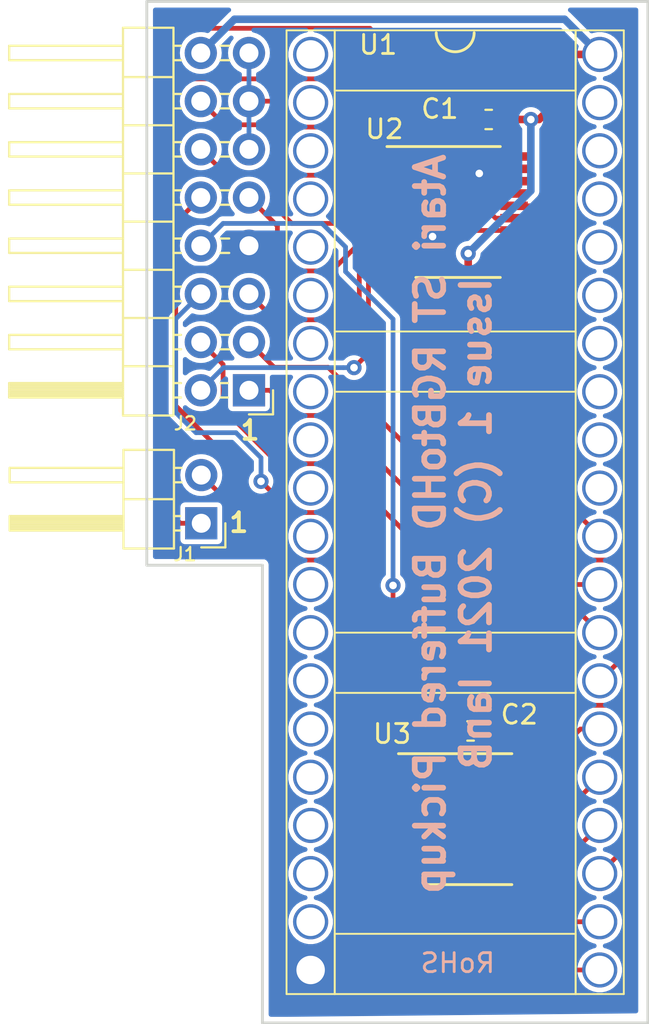
<source format=kicad_pcb>
(kicad_pcb (version 20171130) (host pcbnew "(5.1.4)-1")

  (general
    (thickness 1.6)
    (drawings 10)
    (tracks 248)
    (zones 0)
    (modules 7)
    (nets 59)
  )

  (page A4)
  (layers
    (0 F.Cu signal)
    (31 B.Cu signal)
    (32 B.Adhes user hide)
    (33 F.Adhes user hide)
    (34 B.Paste user hide)
    (35 F.Paste user hide)
    (36 B.SilkS user)
    (37 F.SilkS user)
    (38 B.Mask user hide)
    (39 F.Mask user hide)
    (40 Dwgs.User user hide)
    (41 Cmts.User user hide)
    (42 Eco1.User user hide)
    (43 Eco2.User user hide)
    (44 Edge.Cuts user)
    (45 Margin user hide)
    (46 B.CrtYd user hide)
    (47 F.CrtYd user hide)
    (48 B.Fab user hide)
    (49 F.Fab user hide)
  )

  (setup
    (last_trace_width 0.25)
    (user_trace_width 0.4)
    (trace_clearance 0.2)
    (zone_clearance 0.25)
    (zone_45_only no)
    (trace_min 0.2)
    (via_size 0.8)
    (via_drill 0.4)
    (via_min_size 0.4)
    (via_min_drill 0.3)
    (uvia_size 0.3)
    (uvia_drill 0.1)
    (uvias_allowed no)
    (uvia_min_size 0.2)
    (uvia_min_drill 0.1)
    (edge_width 0.15)
    (segment_width 0.2)
    (pcb_text_width 0.3)
    (pcb_text_size 1.5 1.5)
    (mod_edge_width 0.15)
    (mod_text_size 1 1)
    (mod_text_width 0.15)
    (pad_size 1.8542 1.8542)
    (pad_drill 1.5)
    (pad_to_mask_clearance 0.2)
    (aux_axis_origin 0 0)
    (visible_elements 7FFDF7FF)
    (pcbplotparams
      (layerselection 0x010f0_ffffffff)
      (usegerberextensions false)
      (usegerberattributes false)
      (usegerberadvancedattributes false)
      (creategerberjobfile false)
      (excludeedgelayer true)
      (linewidth 0.100000)
      (plotframeref false)
      (viasonmask false)
      (mode 1)
      (useauxorigin false)
      (hpglpennumber 1)
      (hpglpenspeed 20)
      (hpglpendiameter 15.000000)
      (psnegative false)
      (psa4output false)
      (plotreference true)
      (plotvalue false)
      (plotinvisibletext false)
      (padsonsilk false)
      (subtractmaskfromsilk false)
      (outputformat 1)
      (mirror false)
      (drillshape 0)
      (scaleselection 1)
      (outputdirectory "gerber/"))
  )

  (net 0 "")
  (net 1 GND)
  (net 2 "Net-(U1-Pad39)")
  (net 3 "Net-(U1-Pad38)")
  (net 4 "Net-(U1-Pad37)")
  (net 5 "Net-(U1-Pad36)")
  (net 6 "Net-(U1-Pad35)")
  (net 7 "Net-(U1-Pad34)")
  (net 8 "Net-(U1-Pad33)")
  (net 9 "Net-(U1-Pad32)")
  (net 10 "Net-(U1-Pad31)")
  (net 11 "Net-(U1-Pad19)")
  (net 12 "Net-(U1-Pad18)")
  (net 13 "Net-(U1-Pad17)")
  (net 14 "Net-(U1-Pad16)")
  (net 15 "Net-(U1-Pad15)")
  (net 16 "Net-(U1-Pad14)")
  (net 17 "Net-(U1-Pad13)")
  (net 18 "Net-(U1-Pad12)")
  (net 19 "Net-(U1-Pad11)")
  (net 20 "Net-(U1-Pad9)")
  (net 21 "Net-(U1-Pad8)")
  (net 22 "Net-(U1-Pad7)")
  (net 23 "Net-(U1-Pad6)")
  (net 24 "Net-(U1-Pad5)")
  (net 25 "Net-(U1-Pad4)")
  (net 26 "Net-(U1-Pad3)")
  (net 27 "Net-(U1-Pad2)")
  (net 28 "Net-(U1-Pad1)")
  (net 29 "Net-(U1-Pad10)")
  (net 30 SYNC)
  (net 31 VSYNC)
  (net 32 G0)
  (net 33 R0)
  (net 34 B0)
  (net 35 G1)
  (net 36 R1)
  (net 37 B1)
  (net 38 G2)
  (net 39 R2)
  (net 40 B2)
  (net 41 +5V)
  (net 42 SYNC_I)
  (net 43 VSYNC_I)
  (net 44 MONO)
  (net 45 MONO_I)
  (net 46 R0_I)
  (net 47 R1_I)
  (net 48 R2_I)
  (net 49 G0_I)
  (net 50 G1_I)
  (net 51 G2_I)
  (net 52 B0_I)
  (net 53 B1_I)
  (net 54 B2_I)
  (net 55 "Net-(U2-Pad2)")
  (net 56 "Net-(U2-Pad3)")
  (net 57 "Net-(U3-Pad3)")
  (net 58 "Net-(U3-Pad2)")

  (net_class Default "Dies ist die voreingestellte Netzklasse."
    (clearance 0.2)
    (trace_width 0.25)
    (via_dia 0.8)
    (via_drill 0.4)
    (uvia_dia 0.3)
    (uvia_drill 0.1)
    (add_net +5V)
    (add_net B0)
    (add_net B0_I)
    (add_net B1)
    (add_net B1_I)
    (add_net B2)
    (add_net B2_I)
    (add_net G0)
    (add_net G0_I)
    (add_net G1)
    (add_net G1_I)
    (add_net G2)
    (add_net G2_I)
    (add_net GND)
    (add_net MONO)
    (add_net MONO_I)
    (add_net "Net-(U1-Pad1)")
    (add_net "Net-(U1-Pad10)")
    (add_net "Net-(U1-Pad11)")
    (add_net "Net-(U1-Pad12)")
    (add_net "Net-(U1-Pad13)")
    (add_net "Net-(U1-Pad14)")
    (add_net "Net-(U1-Pad15)")
    (add_net "Net-(U1-Pad16)")
    (add_net "Net-(U1-Pad17)")
    (add_net "Net-(U1-Pad18)")
    (add_net "Net-(U1-Pad19)")
    (add_net "Net-(U1-Pad2)")
    (add_net "Net-(U1-Pad3)")
    (add_net "Net-(U1-Pad31)")
    (add_net "Net-(U1-Pad32)")
    (add_net "Net-(U1-Pad33)")
    (add_net "Net-(U1-Pad34)")
    (add_net "Net-(U1-Pad35)")
    (add_net "Net-(U1-Pad36)")
    (add_net "Net-(U1-Pad37)")
    (add_net "Net-(U1-Pad38)")
    (add_net "Net-(U1-Pad39)")
    (add_net "Net-(U1-Pad4)")
    (add_net "Net-(U1-Pad5)")
    (add_net "Net-(U1-Pad6)")
    (add_net "Net-(U1-Pad7)")
    (add_net "Net-(U1-Pad8)")
    (add_net "Net-(U1-Pad9)")
    (add_net "Net-(U2-Pad2)")
    (add_net "Net-(U2-Pad3)")
    (add_net "Net-(U3-Pad2)")
    (add_net "Net-(U3-Pad3)")
    (add_net R0)
    (add_net R0_I)
    (add_net R1)
    (add_net R1_I)
    (add_net R2)
    (add_net R2_I)
    (add_net SYNC)
    (add_net SYNC_I)
    (add_net VSYNC)
    (add_net VSYNC_I)
  )

  (module footprints:socket_embedded_40pin (layer F.Cu) (tedit 60039BBA) (tstamp 5CE5AA8D)
    (at 142.24 78.74 270)
    (path /5B7FD182)
    (fp_text reference U1 (at -23.368 4.064) (layer F.SilkS)
      (effects (font (size 1 1) (thickness 0.15)))
    )
    (fp_text value SHIFTER (at 24.765 0) (layer F.Fab)
      (effects (font (size 1 1) (thickness 0.15)))
    )
    (fp_line (start 26.67 -8.89) (end -24.13 -8.89) (layer F.SilkS) (width 0.1))
    (fp_line (start 26.67 -6.35) (end 26.67 -8.89) (layer F.SilkS) (width 0.1))
    (fp_line (start -24.13 -6.35) (end 26.67 -6.35) (layer F.SilkS) (width 0.1))
    (fp_line (start -24.13 -8.89) (end -24.13 -6.35) (layer F.SilkS) (width 0.1))
    (fp_line (start 26.67 6.35) (end -24.13 6.35) (layer F.SilkS) (width 0.1))
    (fp_line (start 26.67 8.89) (end 26.67 6.35) (layer F.SilkS) (width 0.1))
    (fp_line (start -24.13 8.89) (end 26.67 8.89) (layer F.SilkS) (width 0.1))
    (fp_line (start -24.13 6.35) (end -24.13 8.89) (layer F.SilkS) (width 0.1))
    (fp_line (start -24.13 -6.35) (end -20.955 -6.35) (layer F.SilkS) (width 0.1))
    (fp_line (start -24.13 6.35) (end -24.13 -6.35) (layer F.SilkS) (width 0.1))
    (fp_line (start -20.955 6.35) (end -24.13 6.35) (layer F.SilkS) (width 0.1))
    (fp_line (start -20.955 -6.35) (end -20.955 6.35) (layer F.SilkS) (width 0.1))
    (fp_line (start -24.13 -6.35) (end -20.955 -6.35) (layer F.SilkS) (width 0.1))
    (fp_line (start 26.67 6.35) (end 26.67 -6.35) (layer F.SilkS) (width 0.1))
    (fp_line (start 23.495 6.35) (end 26.67 6.35) (layer F.SilkS) (width 0.1))
    (fp_line (start 23.495 -6.35) (end 23.495 6.35) (layer F.SilkS) (width 0.1))
    (fp_line (start 26.67 -6.35) (end 23.495 -6.35) (layer F.SilkS) (width 0.1))
    (fp_line (start -8.255 -6.35) (end -5.08 -6.35) (layer F.SilkS) (width 0.1))
    (fp_line (start -8.255 6.35) (end -8.255 -6.35) (layer F.SilkS) (width 0.1))
    (fp_line (start -5.08 6.35) (end -8.255 6.35) (layer F.SilkS) (width 0.1))
    (fp_line (start -5.08 -6.35) (end -5.08 6.35) (layer F.SilkS) (width 0.1))
    (fp_line (start 10.795 -6.35) (end 7.62 -6.35) (layer F.SilkS) (width 0.1))
    (fp_line (start 10.795 6.35) (end 10.795 -6.35) (layer F.SilkS) (width 0.1))
    (fp_line (start 7.62 6.35) (end 10.795 6.35) (layer F.SilkS) (width 0.1))
    (fp_line (start 7.62 -6.35) (end 7.62 6.35) (layer F.SilkS) (width 0.1))
    (fp_arc (start -24 0) (end -24 1) (angle -180) (layer F.SilkS) (width 0.15))
    (pad 40 thru_hole circle (at -22.86 -7.62 270) (size 1.8542 1.8542) (drill 1.5) (layers *.Cu *.Mask)
      (net 41 +5V))
    (pad 39 thru_hole circle (at -20.32 -7.62 270) (size 1.8542 1.8542) (drill 1.5) (layers *.Cu *.Mask)
      (net 2 "Net-(U1-Pad39)"))
    (pad 38 thru_hole circle (at -17.78 -7.62 270) (size 1.8542 1.8542) (drill 1.5) (layers *.Cu *.Mask)
      (net 3 "Net-(U1-Pad38)"))
    (pad 37 thru_hole circle (at -15.24 -7.62 270) (size 1.8542 1.8542) (drill 1.5) (layers *.Cu *.Mask)
      (net 4 "Net-(U1-Pad37)"))
    (pad 36 thru_hole circle (at -12.7 -7.62 270) (size 1.8542 1.8542) (drill 1.5) (layers *.Cu *.Mask)
      (net 5 "Net-(U1-Pad36)"))
    (pad 35 thru_hole circle (at -10.16 -7.62 270) (size 1.8542 1.8542) (drill 1.5) (layers *.Cu *.Mask)
      (net 6 "Net-(U1-Pad35)"))
    (pad 34 thru_hole circle (at -7.62 -7.62 270) (size 1.8542 1.8542) (drill 1.5) (layers *.Cu *.Mask)
      (net 7 "Net-(U1-Pad34)"))
    (pad 33 thru_hole circle (at -5.08 -7.62 270) (size 1.8542 1.8542) (drill 1.5) (layers *.Cu *.Mask)
      (net 8 "Net-(U1-Pad33)"))
    (pad 32 thru_hole circle (at -2.54 -7.62 270) (size 1.8542 1.8542) (drill 1.5) (layers *.Cu *.Mask)
      (net 9 "Net-(U1-Pad32)"))
    (pad 31 thru_hole circle (at 0 -7.62 270) (size 1.8542 1.8542) (drill 1.5) (layers *.Cu *.Mask)
      (net 10 "Net-(U1-Pad31)"))
    (pad 30 thru_hole circle (at 2.54 -7.62 270) (size 1.8542 1.8542) (drill 1.5) (layers *.Cu *.Mask)
      (net 45 MONO_I))
    (pad 29 thru_hole circle (at 5.08 -7.62 270) (size 1.8542 1.8542) (drill 1.5) (layers *.Cu *.Mask)
      (net 46 R0_I))
    (pad 28 thru_hole circle (at 7.62 -7.62 270) (size 1.8542 1.8542) (drill 1.5) (layers *.Cu *.Mask)
      (net 47 R1_I))
    (pad 27 thru_hole circle (at 10.16 -7.62 270) (size 1.8542 1.8542) (drill 1.5) (layers *.Cu *.Mask)
      (net 48 R2_I))
    (pad 26 thru_hole circle (at 12.7 -7.62 270) (size 1.8542 1.8542) (drill 1.5) (layers *.Cu *.Mask)
      (net 49 G0_I))
    (pad 25 thru_hole circle (at 15.24 -7.62 270) (size 1.8542 1.8542) (drill 1.5) (layers *.Cu *.Mask)
      (net 50 G1_I))
    (pad 24 thru_hole circle (at 17.78 -7.62 270) (size 1.8542 1.8542) (drill 1.5) (layers *.Cu *.Mask)
      (net 51 G2_I))
    (pad 23 thru_hole circle (at 20.32 -7.62 270) (size 1.8542 1.8542) (drill 1.5) (layers *.Cu *.Mask)
      (net 52 B0_I))
    (pad 22 thru_hole circle (at 22.86 -7.62 270) (size 1.8542 1.8542) (drill 1.5) (layers *.Cu *.Mask)
      (net 53 B1_I))
    (pad 21 thru_hole circle (at 25.4 -7.62 270) (size 1.8542 1.8542) (drill 1.5) (layers *.Cu *.Mask)
      (net 54 B2_I))
    (pad 20 thru_hole circle (at 25.4 7.62 270) (size 1.8542 1.8542) (drill 1.5) (layers *.Cu *.Mask)
      (net 1 GND))
    (pad 19 thru_hole circle (at 22.86 7.62 270) (size 1.8542 1.8542) (drill 1.5) (layers *.Cu *.Mask)
      (net 11 "Net-(U1-Pad19)"))
    (pad 18 thru_hole circle (at 20.32 7.62 270) (size 1.8542 1.8542) (drill 1.5) (layers *.Cu *.Mask)
      (net 12 "Net-(U1-Pad18)"))
    (pad 17 thru_hole circle (at 17.78 7.62 270) (size 1.8542 1.8542) (drill 1.5) (layers *.Cu *.Mask)
      (net 13 "Net-(U1-Pad17)"))
    (pad 16 thru_hole circle (at 15.24 7.62 270) (size 1.8542 1.8542) (drill 1.5) (layers *.Cu *.Mask)
      (net 14 "Net-(U1-Pad16)"))
    (pad 15 thru_hole circle (at 12.7 7.62 270) (size 1.8542 1.8542) (drill 1.5) (layers *.Cu *.Mask)
      (net 15 "Net-(U1-Pad15)"))
    (pad 14 thru_hole circle (at 10.16 7.62 270) (size 1.8542 1.8542) (drill 1.5) (layers *.Cu *.Mask)
      (net 16 "Net-(U1-Pad14)"))
    (pad 13 thru_hole circle (at 7.62 7.62 270) (size 1.8542 1.8542) (drill 1.5) (layers *.Cu *.Mask)
      (net 17 "Net-(U1-Pad13)"))
    (pad 12 thru_hole circle (at 5.08 7.62 270) (size 1.8542 1.8542) (drill 1.5) (layers *.Cu *.Mask)
      (net 18 "Net-(U1-Pad12)"))
    (pad 11 thru_hole circle (at 2.54 7.62 270) (size 1.8542 1.8542) (drill 1.5) (layers *.Cu *.Mask)
      (net 19 "Net-(U1-Pad11)"))
    (pad 9 thru_hole circle (at -2.54 7.62 270) (size 1.8542 1.8542) (drill 1.5) (layers *.Cu *.Mask)
      (net 20 "Net-(U1-Pad9)"))
    (pad 8 thru_hole circle (at -5.08 7.62 270) (size 1.8542 1.8542) (drill 1.5) (layers *.Cu *.Mask)
      (net 21 "Net-(U1-Pad8)"))
    (pad 7 thru_hole circle (at -7.62 7.62 270) (size 1.8542 1.8542) (drill 1.5) (layers *.Cu *.Mask)
      (net 22 "Net-(U1-Pad7)"))
    (pad 6 thru_hole circle (at -10.16 7.62 270) (size 1.8542 1.8542) (drill 1.5) (layers *.Cu *.Mask)
      (net 23 "Net-(U1-Pad6)"))
    (pad 5 thru_hole circle (at -12.7 7.62 270) (size 1.8542 1.8542) (drill 1.5) (layers *.Cu *.Mask)
      (net 24 "Net-(U1-Pad5)"))
    (pad 4 thru_hole circle (at -15.24 7.62 270) (size 1.8542 1.8542) (drill 1.5) (layers *.Cu *.Mask)
      (net 25 "Net-(U1-Pad4)"))
    (pad 3 thru_hole circle (at -17.78 7.62 270) (size 1.8542 1.8542) (drill 1.5) (layers *.Cu *.Mask)
      (net 26 "Net-(U1-Pad3)"))
    (pad 2 thru_hole circle (at -20.32 7.62 270) (size 1.8542 1.8542) (drill 1.5) (layers *.Cu *.Mask)
      (net 27 "Net-(U1-Pad2)"))
    (pad 1 thru_hole circle (at -22.86 7.62 270) (size 1.8542 1.8542) (drill 1.5) (layers *.Cu *.Mask)
      (net 28 "Net-(U1-Pad1)"))
    (pad 10 thru_hole circle (at 0 7.62 270) (size 1.8542 1.8542) (drill 1.5) (layers *.Cu *.Mask)
      (net 29 "Net-(U1-Pad10)"))
  )

  (module Connector_PinHeader_2.54mm:PinHeader_2x08_P2.54mm_Horizontal (layer F.Cu) (tedit 59FED5CB) (tstamp 6003EB86)
    (at 131.3688 73.5838 180)
    (descr "Through hole angled pin header, 2x08, 2.54mm pitch, 6mm pin length, double rows")
    (tags "Through hole angled pin header THT 2x08 2.54mm double row")
    (path /60090BEB)
    (fp_text reference J2 (at 3.35534 -1.74752) (layer F.SilkS)
      (effects (font (size 0.7 0.7) (thickness 0.12)))
    )
    (fp_text value Conn_02x08_Odd_Even (at 5.655 20.05) (layer F.Fab)
      (effects (font (size 1 1) (thickness 0.15)))
    )
    (fp_line (start 4.675 -1.27) (end 6.58 -1.27) (layer F.Fab) (width 0.1))
    (fp_line (start 6.58 -1.27) (end 6.58 19.05) (layer F.Fab) (width 0.1))
    (fp_line (start 6.58 19.05) (end 4.04 19.05) (layer F.Fab) (width 0.1))
    (fp_line (start 4.04 19.05) (end 4.04 -0.635) (layer F.Fab) (width 0.1))
    (fp_line (start 4.04 -0.635) (end 4.675 -1.27) (layer F.Fab) (width 0.1))
    (fp_line (start -0.32 -0.32) (end 4.04 -0.32) (layer F.Fab) (width 0.1))
    (fp_line (start -0.32 -0.32) (end -0.32 0.32) (layer F.Fab) (width 0.1))
    (fp_line (start -0.32 0.32) (end 4.04 0.32) (layer F.Fab) (width 0.1))
    (fp_line (start 6.58 -0.32) (end 12.58 -0.32) (layer F.Fab) (width 0.1))
    (fp_line (start 12.58 -0.32) (end 12.58 0.32) (layer F.Fab) (width 0.1))
    (fp_line (start 6.58 0.32) (end 12.58 0.32) (layer F.Fab) (width 0.1))
    (fp_line (start -0.32 2.22) (end 4.04 2.22) (layer F.Fab) (width 0.1))
    (fp_line (start -0.32 2.22) (end -0.32 2.86) (layer F.Fab) (width 0.1))
    (fp_line (start -0.32 2.86) (end 4.04 2.86) (layer F.Fab) (width 0.1))
    (fp_line (start 6.58 2.22) (end 12.58 2.22) (layer F.Fab) (width 0.1))
    (fp_line (start 12.58 2.22) (end 12.58 2.86) (layer F.Fab) (width 0.1))
    (fp_line (start 6.58 2.86) (end 12.58 2.86) (layer F.Fab) (width 0.1))
    (fp_line (start -0.32 4.76) (end 4.04 4.76) (layer F.Fab) (width 0.1))
    (fp_line (start -0.32 4.76) (end -0.32 5.4) (layer F.Fab) (width 0.1))
    (fp_line (start -0.32 5.4) (end 4.04 5.4) (layer F.Fab) (width 0.1))
    (fp_line (start 6.58 4.76) (end 12.58 4.76) (layer F.Fab) (width 0.1))
    (fp_line (start 12.58 4.76) (end 12.58 5.4) (layer F.Fab) (width 0.1))
    (fp_line (start 6.58 5.4) (end 12.58 5.4) (layer F.Fab) (width 0.1))
    (fp_line (start -0.32 7.3) (end 4.04 7.3) (layer F.Fab) (width 0.1))
    (fp_line (start -0.32 7.3) (end -0.32 7.94) (layer F.Fab) (width 0.1))
    (fp_line (start -0.32 7.94) (end 4.04 7.94) (layer F.Fab) (width 0.1))
    (fp_line (start 6.58 7.3) (end 12.58 7.3) (layer F.Fab) (width 0.1))
    (fp_line (start 12.58 7.3) (end 12.58 7.94) (layer F.Fab) (width 0.1))
    (fp_line (start 6.58 7.94) (end 12.58 7.94) (layer F.Fab) (width 0.1))
    (fp_line (start -0.32 9.84) (end 4.04 9.84) (layer F.Fab) (width 0.1))
    (fp_line (start -0.32 9.84) (end -0.32 10.48) (layer F.Fab) (width 0.1))
    (fp_line (start -0.32 10.48) (end 4.04 10.48) (layer F.Fab) (width 0.1))
    (fp_line (start 6.58 9.84) (end 12.58 9.84) (layer F.Fab) (width 0.1))
    (fp_line (start 12.58 9.84) (end 12.58 10.48) (layer F.Fab) (width 0.1))
    (fp_line (start 6.58 10.48) (end 12.58 10.48) (layer F.Fab) (width 0.1))
    (fp_line (start -0.32 12.38) (end 4.04 12.38) (layer F.Fab) (width 0.1))
    (fp_line (start -0.32 12.38) (end -0.32 13.02) (layer F.Fab) (width 0.1))
    (fp_line (start -0.32 13.02) (end 4.04 13.02) (layer F.Fab) (width 0.1))
    (fp_line (start 6.58 12.38) (end 12.58 12.38) (layer F.Fab) (width 0.1))
    (fp_line (start 12.58 12.38) (end 12.58 13.02) (layer F.Fab) (width 0.1))
    (fp_line (start 6.58 13.02) (end 12.58 13.02) (layer F.Fab) (width 0.1))
    (fp_line (start -0.32 14.92) (end 4.04 14.92) (layer F.Fab) (width 0.1))
    (fp_line (start -0.32 14.92) (end -0.32 15.56) (layer F.Fab) (width 0.1))
    (fp_line (start -0.32 15.56) (end 4.04 15.56) (layer F.Fab) (width 0.1))
    (fp_line (start 6.58 14.92) (end 12.58 14.92) (layer F.Fab) (width 0.1))
    (fp_line (start 12.58 14.92) (end 12.58 15.56) (layer F.Fab) (width 0.1))
    (fp_line (start 6.58 15.56) (end 12.58 15.56) (layer F.Fab) (width 0.1))
    (fp_line (start -0.32 17.46) (end 4.04 17.46) (layer F.Fab) (width 0.1))
    (fp_line (start -0.32 17.46) (end -0.32 18.1) (layer F.Fab) (width 0.1))
    (fp_line (start -0.32 18.1) (end 4.04 18.1) (layer F.Fab) (width 0.1))
    (fp_line (start 6.58 17.46) (end 12.58 17.46) (layer F.Fab) (width 0.1))
    (fp_line (start 12.58 17.46) (end 12.58 18.1) (layer F.Fab) (width 0.1))
    (fp_line (start 6.58 18.1) (end 12.58 18.1) (layer F.Fab) (width 0.1))
    (fp_line (start 3.98 -1.33) (end 3.98 19.11) (layer F.SilkS) (width 0.12))
    (fp_line (start 3.98 19.11) (end 6.64 19.11) (layer F.SilkS) (width 0.12))
    (fp_line (start 6.64 19.11) (end 6.64 -1.33) (layer F.SilkS) (width 0.12))
    (fp_line (start 6.64 -1.33) (end 3.98 -1.33) (layer F.SilkS) (width 0.12))
    (fp_line (start 6.64 -0.38) (end 12.64 -0.38) (layer F.SilkS) (width 0.12))
    (fp_line (start 12.64 -0.38) (end 12.64 0.38) (layer F.SilkS) (width 0.12))
    (fp_line (start 12.64 0.38) (end 6.64 0.38) (layer F.SilkS) (width 0.12))
    (fp_line (start 6.64 -0.32) (end 12.64 -0.32) (layer F.SilkS) (width 0.12))
    (fp_line (start 6.64 -0.2) (end 12.64 -0.2) (layer F.SilkS) (width 0.12))
    (fp_line (start 6.64 -0.08) (end 12.64 -0.08) (layer F.SilkS) (width 0.12))
    (fp_line (start 6.64 0.04) (end 12.64 0.04) (layer F.SilkS) (width 0.12))
    (fp_line (start 6.64 0.16) (end 12.64 0.16) (layer F.SilkS) (width 0.12))
    (fp_line (start 6.64 0.28) (end 12.64 0.28) (layer F.SilkS) (width 0.12))
    (fp_line (start 3.582929 -0.38) (end 3.98 -0.38) (layer F.SilkS) (width 0.12))
    (fp_line (start 3.582929 0.38) (end 3.98 0.38) (layer F.SilkS) (width 0.12))
    (fp_line (start 1.11 -0.38) (end 1.497071 -0.38) (layer F.SilkS) (width 0.12))
    (fp_line (start 1.11 0.38) (end 1.497071 0.38) (layer F.SilkS) (width 0.12))
    (fp_line (start 3.98 1.27) (end 6.64 1.27) (layer F.SilkS) (width 0.12))
    (fp_line (start 6.64 2.16) (end 12.64 2.16) (layer F.SilkS) (width 0.12))
    (fp_line (start 12.64 2.16) (end 12.64 2.92) (layer F.SilkS) (width 0.12))
    (fp_line (start 12.64 2.92) (end 6.64 2.92) (layer F.SilkS) (width 0.12))
    (fp_line (start 3.582929 2.16) (end 3.98 2.16) (layer F.SilkS) (width 0.12))
    (fp_line (start 3.582929 2.92) (end 3.98 2.92) (layer F.SilkS) (width 0.12))
    (fp_line (start 1.042929 2.16) (end 1.497071 2.16) (layer F.SilkS) (width 0.12))
    (fp_line (start 1.042929 2.92) (end 1.497071 2.92) (layer F.SilkS) (width 0.12))
    (fp_line (start 3.98 3.81) (end 6.64 3.81) (layer F.SilkS) (width 0.12))
    (fp_line (start 6.64 4.7) (end 12.64 4.7) (layer F.SilkS) (width 0.12))
    (fp_line (start 12.64 4.7) (end 12.64 5.46) (layer F.SilkS) (width 0.12))
    (fp_line (start 12.64 5.46) (end 6.64 5.46) (layer F.SilkS) (width 0.12))
    (fp_line (start 3.582929 4.7) (end 3.98 4.7) (layer F.SilkS) (width 0.12))
    (fp_line (start 3.582929 5.46) (end 3.98 5.46) (layer F.SilkS) (width 0.12))
    (fp_line (start 1.042929 4.7) (end 1.497071 4.7) (layer F.SilkS) (width 0.12))
    (fp_line (start 1.042929 5.46) (end 1.497071 5.46) (layer F.SilkS) (width 0.12))
    (fp_line (start 3.98 6.35) (end 6.64 6.35) (layer F.SilkS) (width 0.12))
    (fp_line (start 6.64 7.24) (end 12.64 7.24) (layer F.SilkS) (width 0.12))
    (fp_line (start 12.64 7.24) (end 12.64 8) (layer F.SilkS) (width 0.12))
    (fp_line (start 12.64 8) (end 6.64 8) (layer F.SilkS) (width 0.12))
    (fp_line (start 3.582929 7.24) (end 3.98 7.24) (layer F.SilkS) (width 0.12))
    (fp_line (start 3.582929 8) (end 3.98 8) (layer F.SilkS) (width 0.12))
    (fp_line (start 1.042929 7.24) (end 1.497071 7.24) (layer F.SilkS) (width 0.12))
    (fp_line (start 1.042929 8) (end 1.497071 8) (layer F.SilkS) (width 0.12))
    (fp_line (start 3.98 8.89) (end 6.64 8.89) (layer F.SilkS) (width 0.12))
    (fp_line (start 6.64 9.78) (end 12.64 9.78) (layer F.SilkS) (width 0.12))
    (fp_line (start 12.64 9.78) (end 12.64 10.54) (layer F.SilkS) (width 0.12))
    (fp_line (start 12.64 10.54) (end 6.64 10.54) (layer F.SilkS) (width 0.12))
    (fp_line (start 3.582929 9.78) (end 3.98 9.78) (layer F.SilkS) (width 0.12))
    (fp_line (start 3.582929 10.54) (end 3.98 10.54) (layer F.SilkS) (width 0.12))
    (fp_line (start 1.042929 9.78) (end 1.497071 9.78) (layer F.SilkS) (width 0.12))
    (fp_line (start 1.042929 10.54) (end 1.497071 10.54) (layer F.SilkS) (width 0.12))
    (fp_line (start 3.98 11.43) (end 6.64 11.43) (layer F.SilkS) (width 0.12))
    (fp_line (start 6.64 12.32) (end 12.64 12.32) (layer F.SilkS) (width 0.12))
    (fp_line (start 12.64 12.32) (end 12.64 13.08) (layer F.SilkS) (width 0.12))
    (fp_line (start 12.64 13.08) (end 6.64 13.08) (layer F.SilkS) (width 0.12))
    (fp_line (start 3.582929 12.32) (end 3.98 12.32) (layer F.SilkS) (width 0.12))
    (fp_line (start 3.582929 13.08) (end 3.98 13.08) (layer F.SilkS) (width 0.12))
    (fp_line (start 1.042929 12.32) (end 1.497071 12.32) (layer F.SilkS) (width 0.12))
    (fp_line (start 1.042929 13.08) (end 1.497071 13.08) (layer F.SilkS) (width 0.12))
    (fp_line (start 3.98 13.97) (end 6.64 13.97) (layer F.SilkS) (width 0.12))
    (fp_line (start 6.64 14.86) (end 12.64 14.86) (layer F.SilkS) (width 0.12))
    (fp_line (start 12.64 14.86) (end 12.64 15.62) (layer F.SilkS) (width 0.12))
    (fp_line (start 12.64 15.62) (end 6.64 15.62) (layer F.SilkS) (width 0.12))
    (fp_line (start 3.582929 14.86) (end 3.98 14.86) (layer F.SilkS) (width 0.12))
    (fp_line (start 3.582929 15.62) (end 3.98 15.62) (layer F.SilkS) (width 0.12))
    (fp_line (start 1.042929 14.86) (end 1.497071 14.86) (layer F.SilkS) (width 0.12))
    (fp_line (start 1.042929 15.62) (end 1.497071 15.62) (layer F.SilkS) (width 0.12))
    (fp_line (start 3.98 16.51) (end 6.64 16.51) (layer F.SilkS) (width 0.12))
    (fp_line (start 6.64 17.4) (end 12.64 17.4) (layer F.SilkS) (width 0.12))
    (fp_line (start 12.64 17.4) (end 12.64 18.16) (layer F.SilkS) (width 0.12))
    (fp_line (start 12.64 18.16) (end 6.64 18.16) (layer F.SilkS) (width 0.12))
    (fp_line (start 3.582929 17.4) (end 3.98 17.4) (layer F.SilkS) (width 0.12))
    (fp_line (start 3.582929 18.16) (end 3.98 18.16) (layer F.SilkS) (width 0.12))
    (fp_line (start 1.042929 17.4) (end 1.497071 17.4) (layer F.SilkS) (width 0.12))
    (fp_line (start 1.042929 18.16) (end 1.497071 18.16) (layer F.SilkS) (width 0.12))
    (fp_line (start -1.27 0) (end -1.27 -1.27) (layer F.SilkS) (width 0.12))
    (fp_line (start -1.27 -1.27) (end 0 -1.27) (layer F.SilkS) (width 0.12))
    (fp_line (start -1.8 -1.8) (end -1.8 19.55) (layer F.CrtYd) (width 0.05))
    (fp_line (start -1.8 19.55) (end 13.1 19.55) (layer F.CrtYd) (width 0.05))
    (fp_line (start 13.1 19.55) (end 13.1 -1.8) (layer F.CrtYd) (width 0.05))
    (fp_line (start 13.1 -1.8) (end -1.8 -1.8) (layer F.CrtYd) (width 0.05))
    (fp_text user %R (at 5.31 8.89 90) (layer F.Fab)
      (effects (font (size 1 1) (thickness 0.15)))
    )
    (pad 1 thru_hole rect (at 0 0 180) (size 1.7 1.7) (drill 1) (layers *.Cu *.Mask)
      (net 32 G0))
    (pad 2 thru_hole oval (at 2.54 0 180) (size 1.7 1.7) (drill 1) (layers *.Cu *.Mask)
      (net 33 R0))
    (pad 3 thru_hole oval (at 0 2.54 180) (size 1.7 1.7) (drill 1) (layers *.Cu *.Mask)
      (net 34 B0))
    (pad 4 thru_hole oval (at 2.54 2.54 180) (size 1.7 1.7) (drill 1) (layers *.Cu *.Mask)
      (net 35 G1))
    (pad 5 thru_hole oval (at 0 5.08 180) (size 1.7 1.7) (drill 1) (layers *.Cu *.Mask)
      (net 36 R1))
    (pad 6 thru_hole oval (at 2.54 5.08 180) (size 1.7 1.7) (drill 1) (layers *.Cu *.Mask)
      (net 37 B1))
    (pad 7 thru_hole oval (at 0 7.62 180) (size 1.7 1.7) (drill 1) (layers *.Cu *.Mask)
      (net 1 GND))
    (pad 8 thru_hole oval (at 2.54 7.62 180) (size 1.7 1.7) (drill 1) (layers *.Cu *.Mask)
      (net 38 G2))
    (pad 9 thru_hole oval (at 0 10.16 180) (size 1.7 1.7) (drill 1) (layers *.Cu *.Mask)
      (net 39 R2))
    (pad 10 thru_hole oval (at 2.54 10.16 180) (size 1.7 1.7) (drill 1) (layers *.Cu *.Mask)
      (net 40 B2))
    (pad 11 thru_hole oval (at 0 12.7 180) (size 1.7 1.7) (drill 1) (layers *.Cu *.Mask)
      (net 44 MONO))
    (pad 12 thru_hole oval (at 2.54 12.7 180) (size 1.7 1.7) (drill 1) (layers *.Cu *.Mask)
      (net 30 SYNC))
    (pad 13 thru_hole oval (at 0 15.24 180) (size 1.7 1.7) (drill 1) (layers *.Cu *.Mask)
      (net 44 MONO))
    (pad 14 thru_hole oval (at 2.54 15.24 180) (size 1.7 1.7) (drill 1) (layers *.Cu *.Mask)
      (net 31 VSYNC))
    (pad 15 thru_hole oval (at 0 17.78 180) (size 1.7 1.7) (drill 1) (layers *.Cu *.Mask)
      (net 44 MONO))
    (pad 16 thru_hole oval (at 2.54 17.78 180) (size 1.7 1.7) (drill 1) (layers *.Cu *.Mask)
      (net 41 +5V))
    (model ${KISYS3DMOD}/Connector_PinHeader_2.54mm.3dshapes/PinHeader_2x08_P2.54mm_Horizontal.wrl
      (at (xyz 0 0 0))
      (scale (xyz 1 1 1))
      (rotate (xyz 0 0 0))
    )
  )

  (module Connector_PinHeader_2.54mm:PinHeader_1x02_P2.54mm_Horizontal (layer F.Cu) (tedit 59FED5CB) (tstamp 6003F098)
    (at 128.8542 80.5942 180)
    (descr "Through hole angled pin header, 1x02, 2.54mm pitch, 6mm pin length, single row")
    (tags "Through hole angled pin header THT 1x02 2.54mm single row")
    (path /60099CF0)
    (fp_text reference J1 (at 0.85344 -1.63322) (layer F.SilkS)
      (effects (font (size 0.7 0.7) (thickness 0.12)))
    )
    (fp_text value Conn_01x02 (at 4.385 4.81) (layer F.Fab)
      (effects (font (size 1 1) (thickness 0.15)))
    )
    (fp_line (start 2.135 -1.27) (end 4.04 -1.27) (layer F.Fab) (width 0.1))
    (fp_line (start 4.04 -1.27) (end 4.04 3.81) (layer F.Fab) (width 0.1))
    (fp_line (start 4.04 3.81) (end 1.5 3.81) (layer F.Fab) (width 0.1))
    (fp_line (start 1.5 3.81) (end 1.5 -0.635) (layer F.Fab) (width 0.1))
    (fp_line (start 1.5 -0.635) (end 2.135 -1.27) (layer F.Fab) (width 0.1))
    (fp_line (start -0.32 -0.32) (end 1.5 -0.32) (layer F.Fab) (width 0.1))
    (fp_line (start -0.32 -0.32) (end -0.32 0.32) (layer F.Fab) (width 0.1))
    (fp_line (start -0.32 0.32) (end 1.5 0.32) (layer F.Fab) (width 0.1))
    (fp_line (start 4.04 -0.32) (end 10.04 -0.32) (layer F.Fab) (width 0.1))
    (fp_line (start 10.04 -0.32) (end 10.04 0.32) (layer F.Fab) (width 0.1))
    (fp_line (start 4.04 0.32) (end 10.04 0.32) (layer F.Fab) (width 0.1))
    (fp_line (start -0.32 2.22) (end 1.5 2.22) (layer F.Fab) (width 0.1))
    (fp_line (start -0.32 2.22) (end -0.32 2.86) (layer F.Fab) (width 0.1))
    (fp_line (start -0.32 2.86) (end 1.5 2.86) (layer F.Fab) (width 0.1))
    (fp_line (start 4.04 2.22) (end 10.04 2.22) (layer F.Fab) (width 0.1))
    (fp_line (start 10.04 2.22) (end 10.04 2.86) (layer F.Fab) (width 0.1))
    (fp_line (start 4.04 2.86) (end 10.04 2.86) (layer F.Fab) (width 0.1))
    (fp_line (start 1.44 -1.33) (end 1.44 3.87) (layer F.SilkS) (width 0.12))
    (fp_line (start 1.44 3.87) (end 4.1 3.87) (layer F.SilkS) (width 0.12))
    (fp_line (start 4.1 3.87) (end 4.1 -1.33) (layer F.SilkS) (width 0.12))
    (fp_line (start 4.1 -1.33) (end 1.44 -1.33) (layer F.SilkS) (width 0.12))
    (fp_line (start 4.1 -0.38) (end 10.1 -0.38) (layer F.SilkS) (width 0.12))
    (fp_line (start 10.1 -0.38) (end 10.1 0.38) (layer F.SilkS) (width 0.12))
    (fp_line (start 10.1 0.38) (end 4.1 0.38) (layer F.SilkS) (width 0.12))
    (fp_line (start 4.1 -0.32) (end 10.1 -0.32) (layer F.SilkS) (width 0.12))
    (fp_line (start 4.1 -0.2) (end 10.1 -0.2) (layer F.SilkS) (width 0.12))
    (fp_line (start 4.1 -0.08) (end 10.1 -0.08) (layer F.SilkS) (width 0.12))
    (fp_line (start 4.1 0.04) (end 10.1 0.04) (layer F.SilkS) (width 0.12))
    (fp_line (start 4.1 0.16) (end 10.1 0.16) (layer F.SilkS) (width 0.12))
    (fp_line (start 4.1 0.28) (end 10.1 0.28) (layer F.SilkS) (width 0.12))
    (fp_line (start 1.11 -0.38) (end 1.44 -0.38) (layer F.SilkS) (width 0.12))
    (fp_line (start 1.11 0.38) (end 1.44 0.38) (layer F.SilkS) (width 0.12))
    (fp_line (start 1.44 1.27) (end 4.1 1.27) (layer F.SilkS) (width 0.12))
    (fp_line (start 4.1 2.16) (end 10.1 2.16) (layer F.SilkS) (width 0.12))
    (fp_line (start 10.1 2.16) (end 10.1 2.92) (layer F.SilkS) (width 0.12))
    (fp_line (start 10.1 2.92) (end 4.1 2.92) (layer F.SilkS) (width 0.12))
    (fp_line (start 1.042929 2.16) (end 1.44 2.16) (layer F.SilkS) (width 0.12))
    (fp_line (start 1.042929 2.92) (end 1.44 2.92) (layer F.SilkS) (width 0.12))
    (fp_line (start -1.27 0) (end -1.27 -1.27) (layer F.SilkS) (width 0.12))
    (fp_line (start -1.27 -1.27) (end 0 -1.27) (layer F.SilkS) (width 0.12))
    (fp_line (start -1.8 -1.8) (end -1.8 4.35) (layer F.CrtYd) (width 0.05))
    (fp_line (start -1.8 4.35) (end 10.55 4.35) (layer F.CrtYd) (width 0.05))
    (fp_line (start 10.55 4.35) (end 10.55 -1.8) (layer F.CrtYd) (width 0.05))
    (fp_line (start 10.55 -1.8) (end -1.8 -1.8) (layer F.CrtYd) (width 0.05))
    (fp_text user %R (at 2.77 1.27 90) (layer F.Fab)
      (effects (font (size 1 1) (thickness 0.15)))
    )
    (pad 1 thru_hole rect (at 0 0 180) (size 1.7 1.7) (drill 1) (layers *.Cu *.Mask)
      (net 42 SYNC_I))
    (pad 2 thru_hole oval (at 0 2.54 180) (size 1.7 1.7) (drill 1) (layers *.Cu *.Mask)
      (net 43 VSYNC_I))
    (model ${KISYS3DMOD}/Connector_PinHeader_2.54mm.3dshapes/PinHeader_1x02_P2.54mm_Horizontal.wrl
      (at (xyz 0 0 0))
      (scale (xyz 1 1 1))
      (rotate (xyz 0 0 0))
    )
  )

  (module Capacitor_SMD:C_0603_1608Metric_Pad1.05x0.95mm_HandSolder (layer F.Cu) (tedit 5B301BBE) (tstamp 6004D101)
    (at 144.0066 59.309 180)
    (descr "Capacitor SMD 0603 (1608 Metric), square (rectangular) end terminal, IPC_7351 nominal with elongated pad for handsoldering. (Body size source: http://www.tortai-tech.com/upload/download/2011102023233369053.pdf), generated with kicad-footprint-generator")
    (tags "capacitor handsolder")
    (path /5B996DF5)
    (attr smd)
    (fp_text reference C1 (at 2.5794 0.5588) (layer F.SilkS)
      (effects (font (size 1 1) (thickness 0.15)))
    )
    (fp_text value 100nF (at 0 1.43) (layer F.Fab)
      (effects (font (size 1 1) (thickness 0.15)))
    )
    (fp_line (start -0.8 0.4) (end -0.8 -0.4) (layer F.Fab) (width 0.1))
    (fp_line (start -0.8 -0.4) (end 0.8 -0.4) (layer F.Fab) (width 0.1))
    (fp_line (start 0.8 -0.4) (end 0.8 0.4) (layer F.Fab) (width 0.1))
    (fp_line (start 0.8 0.4) (end -0.8 0.4) (layer F.Fab) (width 0.1))
    (fp_line (start -0.171267 -0.51) (end 0.171267 -0.51) (layer F.SilkS) (width 0.12))
    (fp_line (start -0.171267 0.51) (end 0.171267 0.51) (layer F.SilkS) (width 0.12))
    (fp_line (start -1.65 0.73) (end -1.65 -0.73) (layer F.CrtYd) (width 0.05))
    (fp_line (start -1.65 -0.73) (end 1.65 -0.73) (layer F.CrtYd) (width 0.05))
    (fp_line (start 1.65 -0.73) (end 1.65 0.73) (layer F.CrtYd) (width 0.05))
    (fp_line (start 1.65 0.73) (end -1.65 0.73) (layer F.CrtYd) (width 0.05))
    (fp_text user %R (at 0 0) (layer F.Fab)
      (effects (font (size 0.4 0.4) (thickness 0.06)))
    )
    (pad 1 smd roundrect (at -0.875 0 180) (size 1.05 0.95) (layers F.Cu F.Paste F.Mask) (roundrect_rratio 0.25)
      (net 41 +5V))
    (pad 2 smd roundrect (at 0.875 0 180) (size 1.05 0.95) (layers F.Cu F.Paste F.Mask) (roundrect_rratio 0.25)
      (net 1 GND))
    (model ${KISYS3DMOD}/Capacitor_SMD.3dshapes/C_0603_1608Metric.wrl
      (at (xyz 0 0 0))
      (scale (xyz 1 1 1))
      (rotate (xyz 0 0 0))
    )
  )

  (module Capacitor_SMD:C_0603_1608Metric_Pad1.05x0.95mm_HandSolder (layer F.Cu) (tedit 5B301BBE) (tstamp 6004D112)
    (at 143.0528 91.5416 180)
    (descr "Capacitor SMD 0603 (1608 Metric), square (rectangular) end terminal, IPC_7351 nominal with elongated pad for handsoldering. (Body size source: http://www.tortai-tech.com/upload/download/2011102023233369053.pdf), generated with kicad-footprint-generator")
    (tags "capacitor handsolder")
    (path /5B9AE9C3)
    (attr smd)
    (fp_text reference C2 (at -2.5654 0.8636) (layer F.SilkS)
      (effects (font (size 1 1) (thickness 0.15)))
    )
    (fp_text value 100nF (at 0 1.43) (layer F.Fab)
      (effects (font (size 1 1) (thickness 0.15)))
    )
    (fp_text user %R (at 0 0) (layer F.Fab)
      (effects (font (size 0.4 0.4) (thickness 0.06)))
    )
    (fp_line (start 1.65 0.73) (end -1.65 0.73) (layer F.CrtYd) (width 0.05))
    (fp_line (start 1.65 -0.73) (end 1.65 0.73) (layer F.CrtYd) (width 0.05))
    (fp_line (start -1.65 -0.73) (end 1.65 -0.73) (layer F.CrtYd) (width 0.05))
    (fp_line (start -1.65 0.73) (end -1.65 -0.73) (layer F.CrtYd) (width 0.05))
    (fp_line (start -0.171267 0.51) (end 0.171267 0.51) (layer F.SilkS) (width 0.12))
    (fp_line (start -0.171267 -0.51) (end 0.171267 -0.51) (layer F.SilkS) (width 0.12))
    (fp_line (start 0.8 0.4) (end -0.8 0.4) (layer F.Fab) (width 0.1))
    (fp_line (start 0.8 -0.4) (end 0.8 0.4) (layer F.Fab) (width 0.1))
    (fp_line (start -0.8 -0.4) (end 0.8 -0.4) (layer F.Fab) (width 0.1))
    (fp_line (start -0.8 0.4) (end -0.8 -0.4) (layer F.Fab) (width 0.1))
    (pad 2 smd roundrect (at 0.875 0 180) (size 1.05 0.95) (layers F.Cu F.Paste F.Mask) (roundrect_rratio 0.25)
      (net 1 GND))
    (pad 1 smd roundrect (at -0.875 0 180) (size 1.05 0.95) (layers F.Cu F.Paste F.Mask) (roundrect_rratio 0.25)
      (net 41 +5V))
    (model ${KISYS3DMOD}/Capacitor_SMD.3dshapes/C_0603_1608Metric.wrl
      (at (xyz 0 0 0))
      (scale (xyz 1 1 1))
      (rotate (xyz 0 0 0))
    )
  )

  (module Package_SO:TSSOP-20_4.4x6.5mm_P0.65mm (layer F.Cu) (tedit 5A02F25C) (tstamp 6004D136)
    (at 142.3924 64.1858)
    (descr "20-Lead Plastic Thin Shrink Small Outline (ST)-4.4 mm Body [TSSOP] (see Microchip Packaging Specification 00000049BS.pdf)")
    (tags "SSOP 0.65")
    (path /5B800CBC)
    (attr smd)
    (fp_text reference U2 (at -3.8862 -4.3688) (layer F.SilkS)
      (effects (font (size 1 1) (thickness 0.15)))
    )
    (fp_text value HC245 (at 0 4.3) (layer F.Fab)
      (effects (font (size 1 1) (thickness 0.15)))
    )
    (fp_line (start -1.2 -3.25) (end 2.2 -3.25) (layer F.Fab) (width 0.15))
    (fp_line (start 2.2 -3.25) (end 2.2 3.25) (layer F.Fab) (width 0.15))
    (fp_line (start 2.2 3.25) (end -2.2 3.25) (layer F.Fab) (width 0.15))
    (fp_line (start -2.2 3.25) (end -2.2 -2.25) (layer F.Fab) (width 0.15))
    (fp_line (start -2.2 -2.25) (end -1.2 -3.25) (layer F.Fab) (width 0.15))
    (fp_line (start -3.95 -3.55) (end -3.95 3.55) (layer F.CrtYd) (width 0.05))
    (fp_line (start 3.95 -3.55) (end 3.95 3.55) (layer F.CrtYd) (width 0.05))
    (fp_line (start -3.95 -3.55) (end 3.95 -3.55) (layer F.CrtYd) (width 0.05))
    (fp_line (start -3.95 3.55) (end 3.95 3.55) (layer F.CrtYd) (width 0.05))
    (fp_line (start -2.225 3.45) (end 2.225 3.45) (layer F.SilkS) (width 0.15))
    (fp_line (start -3.75 -3.45) (end 2.225 -3.45) (layer F.SilkS) (width 0.15))
    (fp_text user %R (at 0 0) (layer F.Fab)
      (effects (font (size 0.8 0.8) (thickness 0.15)))
    )
    (pad 1 smd rect (at -2.95 -2.925) (size 1.45 0.45) (layers F.Cu F.Paste F.Mask)
      (net 1 GND))
    (pad 2 smd rect (at -2.95 -2.275) (size 1.45 0.45) (layers F.Cu F.Paste F.Mask)
      (net 55 "Net-(U2-Pad2)"))
    (pad 3 smd rect (at -2.95 -1.625) (size 1.45 0.45) (layers F.Cu F.Paste F.Mask)
      (net 56 "Net-(U2-Pad3)"))
    (pad 4 smd rect (at -2.95 -0.975) (size 1.45 0.45) (layers F.Cu F.Paste F.Mask)
      (net 44 MONO))
    (pad 5 smd rect (at -2.95 -0.325) (size 1.45 0.45) (layers F.Cu F.Paste F.Mask)
      (net 31 VSYNC))
    (pad 6 smd rect (at -2.95 0.325) (size 1.45 0.45) (layers F.Cu F.Paste F.Mask)
      (net 30 SYNC))
    (pad 7 smd rect (at -2.95 0.975) (size 1.45 0.45) (layers F.Cu F.Paste F.Mask)
      (net 39 R2))
    (pad 8 smd rect (at -2.95 1.625) (size 1.45 0.45) (layers F.Cu F.Paste F.Mask)
      (net 36 R1))
    (pad 9 smd rect (at -2.95 2.275) (size 1.45 0.45) (layers F.Cu F.Paste F.Mask)
      (net 33 R0))
    (pad 10 smd rect (at -2.95 2.925) (size 1.45 0.45) (layers F.Cu F.Paste F.Mask)
      (net 1 GND))
    (pad 11 smd rect (at 2.95 2.925) (size 1.45 0.45) (layers F.Cu F.Paste F.Mask)
      (net 46 R0_I))
    (pad 12 smd rect (at 2.95 2.275) (size 1.45 0.45) (layers F.Cu F.Paste F.Mask)
      (net 47 R1_I))
    (pad 13 smd rect (at 2.95 1.625) (size 1.45 0.45) (layers F.Cu F.Paste F.Mask)
      (net 48 R2_I))
    (pad 14 smd rect (at 2.95 0.975) (size 1.45 0.45) (layers F.Cu F.Paste F.Mask)
      (net 42 SYNC_I))
    (pad 15 smd rect (at 2.95 0.325) (size 1.45 0.45) (layers F.Cu F.Paste F.Mask)
      (net 43 VSYNC_I))
    (pad 16 smd rect (at 2.95 -0.325) (size 1.45 0.45) (layers F.Cu F.Paste F.Mask)
      (net 45 MONO_I))
    (pad 17 smd rect (at 2.95 -0.975) (size 1.45 0.45) (layers F.Cu F.Paste F.Mask)
      (net 1 GND))
    (pad 18 smd rect (at 2.95 -1.625) (size 1.45 0.45) (layers F.Cu F.Paste F.Mask)
      (net 1 GND))
    (pad 19 smd rect (at 2.95 -2.275) (size 1.45 0.45) (layers F.Cu F.Paste F.Mask)
      (net 1 GND))
    (pad 20 smd rect (at 2.95 -2.925) (size 1.45 0.45) (layers F.Cu F.Paste F.Mask)
      (net 41 +5V))
    (model ${KISYS3DMOD}/Package_SO.3dshapes/TSSOP-20_4.4x6.5mm_P0.65mm.wrl
      (at (xyz 0 0 0))
      (scale (xyz 1 1 1))
      (rotate (xyz 0 0 0))
    )
  )

  (module Package_SO:TSSOP-20_4.4x6.5mm_P0.65mm (layer F.Cu) (tedit 5A02F25C) (tstamp 6004D15A)
    (at 143.002 96.1898)
    (descr "20-Lead Plastic Thin Shrink Small Outline (ST)-4.4 mm Body [TSSOP] (see Microchip Packaging Specification 00000049BS.pdf)")
    (tags "SSOP 0.65")
    (path /5B800E39)
    (attr smd)
    (fp_text reference U3 (at -4.0894 -4.4958) (layer F.SilkS)
      (effects (font (size 1 1) (thickness 0.15)))
    )
    (fp_text value HC245 (at 0 4.3) (layer F.Fab)
      (effects (font (size 1 1) (thickness 0.15)))
    )
    (fp_text user %R (at 0 0) (layer F.Fab)
      (effects (font (size 0.8 0.8) (thickness 0.15)))
    )
    (fp_line (start -3.75 -3.45) (end 2.225 -3.45) (layer F.SilkS) (width 0.15))
    (fp_line (start -2.225 3.45) (end 2.225 3.45) (layer F.SilkS) (width 0.15))
    (fp_line (start -3.95 3.55) (end 3.95 3.55) (layer F.CrtYd) (width 0.05))
    (fp_line (start -3.95 -3.55) (end 3.95 -3.55) (layer F.CrtYd) (width 0.05))
    (fp_line (start 3.95 -3.55) (end 3.95 3.55) (layer F.CrtYd) (width 0.05))
    (fp_line (start -3.95 -3.55) (end -3.95 3.55) (layer F.CrtYd) (width 0.05))
    (fp_line (start -2.2 -2.25) (end -1.2 -3.25) (layer F.Fab) (width 0.15))
    (fp_line (start -2.2 3.25) (end -2.2 -2.25) (layer F.Fab) (width 0.15))
    (fp_line (start 2.2 3.25) (end -2.2 3.25) (layer F.Fab) (width 0.15))
    (fp_line (start 2.2 -3.25) (end 2.2 3.25) (layer F.Fab) (width 0.15))
    (fp_line (start -1.2 -3.25) (end 2.2 -3.25) (layer F.Fab) (width 0.15))
    (pad 20 smd rect (at 2.95 -2.925) (size 1.45 0.45) (layers F.Cu F.Paste F.Mask)
      (net 41 +5V))
    (pad 19 smd rect (at 2.95 -2.275) (size 1.45 0.45) (layers F.Cu F.Paste F.Mask)
      (net 1 GND))
    (pad 18 smd rect (at 2.95 -1.625) (size 1.45 0.45) (layers F.Cu F.Paste F.Mask)
      (net 1 GND))
    (pad 17 smd rect (at 2.95 -0.975) (size 1.45 0.45) (layers F.Cu F.Paste F.Mask)
      (net 1 GND))
    (pad 16 smd rect (at 2.95 -0.325) (size 1.45 0.45) (layers F.Cu F.Paste F.Mask)
      (net 52 B0_I))
    (pad 15 smd rect (at 2.95 0.325) (size 1.45 0.45) (layers F.Cu F.Paste F.Mask)
      (net 49 G0_I))
    (pad 14 smd rect (at 2.95 0.975) (size 1.45 0.45) (layers F.Cu F.Paste F.Mask)
      (net 50 G1_I))
    (pad 13 smd rect (at 2.95 1.625) (size 1.45 0.45) (layers F.Cu F.Paste F.Mask)
      (net 51 G2_I))
    (pad 12 smd rect (at 2.95 2.275) (size 1.45 0.45) (layers F.Cu F.Paste F.Mask)
      (net 53 B1_I))
    (pad 11 smd rect (at 2.95 2.925) (size 1.45 0.45) (layers F.Cu F.Paste F.Mask)
      (net 54 B2_I))
    (pad 10 smd rect (at -2.95 2.925) (size 1.45 0.45) (layers F.Cu F.Paste F.Mask)
      (net 1 GND))
    (pad 9 smd rect (at -2.95 2.275) (size 1.45 0.45) (layers F.Cu F.Paste F.Mask)
      (net 40 B2))
    (pad 8 smd rect (at -2.95 1.625) (size 1.45 0.45) (layers F.Cu F.Paste F.Mask)
      (net 37 B1))
    (pad 7 smd rect (at -2.95 0.975) (size 1.45 0.45) (layers F.Cu F.Paste F.Mask)
      (net 38 G2))
    (pad 6 smd rect (at -2.95 0.325) (size 1.45 0.45) (layers F.Cu F.Paste F.Mask)
      (net 35 G1))
    (pad 5 smd rect (at -2.95 -0.325) (size 1.45 0.45) (layers F.Cu F.Paste F.Mask)
      (net 32 G0))
    (pad 4 smd rect (at -2.95 -0.975) (size 1.45 0.45) (layers F.Cu F.Paste F.Mask)
      (net 34 B0))
    (pad 3 smd rect (at -2.95 -1.625) (size 1.45 0.45) (layers F.Cu F.Paste F.Mask)
      (net 57 "Net-(U3-Pad3)"))
    (pad 2 smd rect (at -2.95 -2.275) (size 1.45 0.45) (layers F.Cu F.Paste F.Mask)
      (net 58 "Net-(U3-Pad2)"))
    (pad 1 smd rect (at -2.95 -2.925) (size 1.45 0.45) (layers F.Cu F.Paste F.Mask)
      (net 1 GND))
    (model ${KISYS3DMOD}/Package_SO.3dshapes/TSSOP-20_4.4x6.5mm_P0.65mm.wrl
      (at (xyz 0 0 0))
      (scale (xyz 1 1 1))
      (rotate (xyz 0 0 0))
    )
  )

  (gr_text RoHS (at 142.37716 103.7717) (layer B.SilkS)
    (effects (font (size 1 1) (thickness 0.15)) (justify mirror))
  )
  (gr_line (start 125.984 53.086) (end 152.4 53.086) (layer Edge.Cuts) (width 0.15) (tstamp 6003BF2A))
  (gr_line (start 125.984 82.804) (end 125.984 53.086) (layer Edge.Cuts) (width 0.15))
  (gr_line (start 132.08 82.804) (end 125.984 82.804) (layer Edge.Cuts) (width 0.15))
  (gr_line (start 132.08 106.934) (end 132.08 82.804) (layer Edge.Cuts) (width 0.15))
  (gr_text 1 (at 130.8354 80.55864) (layer F.SilkS)
    (effects (font (size 1 1) (thickness 0.2)))
  )
  (gr_text 1 (at 131.42468 75.692) (layer F.SilkS)
    (effects (font (size 1 1) (thickness 0.2)))
  )
  (gr_line (start 132.08 106.934) (end 152.4 106.934) (layer Edge.Cuts) (width 0.15) (tstamp 60043235))
  (gr_line (start 152.4 106.934) (end 152.4 53.086) (layer Edge.Cuts) (width 0.15))
  (gr_text "Atari ST RGBtoHD Buffered Pickup\nIssue 1 (C) 2021 IanB" (at 142.13586 80.63992 90) (layer B.SilkS)
    (effects (font (size 1.5 1.5) (thickness 0.3)) (justify mirror))
  )

  (segment (start 132.7912 102.3112) (end 134.62 104.14) (width 0.4) (layer B.Cu) (net 1))
  (segment (start 132.7912 82.7532) (end 132.7912 102.3112) (width 0.4) (layer B.Cu) (net 1))
  (segment (start 130.118799 67.213801) (end 128.239199 67.213801) (width 0.4) (layer B.Cu) (net 1))
  (segment (start 131.3688 65.9638) (end 130.118799 67.213801) (width 0.4) (layer B.Cu) (net 1))
  (segment (start 128.239199 67.213801) (end 126.746 68.707) (width 0.4) (layer B.Cu) (net 1))
  (segment (start 126.746 68.707) (end 126.746 81.534) (width 0.4) (layer B.Cu) (net 1))
  (segment (start 126.746 81.534) (end 127.508 82.296) (width 0.4) (layer B.Cu) (net 1))
  (segment (start 132.334 82.296) (end 132.7912 82.7532) (width 0.4) (layer B.Cu) (net 1))
  (segment (start 127.508 82.296) (end 132.334 82.296) (width 0.4) (layer B.Cu) (net 1))
  (segment (start 145.952 93.9148) (end 145.952 95.2148) (width 0.4) (layer F.Cu) (net 1))
  (segment (start 142.9772 94.5648) (end 145.952 94.5648) (width 0.4) (layer F.Cu) (net 1))
  (segment (start 141.6772 93.2648) (end 142.9772 94.5648) (width 0.4) (layer F.Cu) (net 1))
  (segment (start 142.9772 94.5648) (end 142.9772 97.9672) (width 0.4) (layer F.Cu) (net 1))
  (segment (start 141.8296 99.1148) (end 140.052 99.1148) (width 0.4) (layer F.Cu) (net 1))
  (segment (start 142.9772 97.9672) (end 141.8296 99.1148) (width 0.4) (layer F.Cu) (net 1))
  (segment (start 141.22 92.4994) (end 142.1778 91.5416) (width 0.4) (layer F.Cu) (net 1))
  (segment (start 141.22 93.2648) (end 141.22 92.4994) (width 0.4) (layer F.Cu) (net 1))
  (segment (start 141.22 93.2648) (end 141.6772 93.2648) (width 0.4) (layer F.Cu) (net 1))
  (segment (start 140.052 93.2648) (end 141.22 93.2648) (width 0.4) (layer F.Cu) (net 1))
  (segment (start 145.3424 61.9108) (end 145.3424 63.2108) (width 0.4) (layer F.Cu) (net 1))
  (segment (start 143.1316 59.884) (end 143.1316 59.309) (width 0.4) (layer F.Cu) (net 1))
  (segment (start 143.1316 61.7754) (end 143.1316 59.884) (width 0.4) (layer F.Cu) (net 1))
  (segment (start 145.3424 62.5608) (end 143.917 62.5608) (width 0.4) (layer F.Cu) (net 1))
  (segment (start 143.917 62.5608) (end 143.51 62.1538) (width 0.4) (layer F.Cu) (net 1))
  (segment (start 140.462402 61.2608) (end 141.0462 61.844598) (width 0.4) (layer F.Cu) (net 1))
  (segment (start 139.4424 61.2608) (end 140.462402 61.2608) (width 0.4) (layer F.Cu) (net 1))
  (segment (start 141.0462 61.844598) (end 141.0462 65.4812) (width 0.4) (layer F.Cu) (net 1))
  (segment (start 140.6358 67.1108) (end 139.4424 67.1108) (width 0.4) (layer F.Cu) (net 1))
  (segment (start 141.0462 66.7004) (end 140.6358 67.1108) (width 0.4) (layer F.Cu) (net 1))
  (segment (start 134.62 104.14) (end 137.2616 104.14) (width 0.4) (layer F.Cu) (net 1))
  (segment (start 140.052 101.3496) (end 140.052 99.1148) (width 0.4) (layer F.Cu) (net 1))
  (segment (start 137.2616 104.14) (end 140.052 101.3496) (width 0.4) (layer F.Cu) (net 1))
  (segment (start 142.1778 91.5416) (end 142.1778 71.388) (width 0.4) (layer F.Cu) (net 1))
  (segment (start 139.4424 68.6526) (end 139.4424 67.1108) (width 0.4) (layer F.Cu) (net 1))
  (segment (start 142.1778 71.388) (end 139.4424 68.6526) (width 0.4) (layer F.Cu) (net 1))
  (segment (start 141.0462 65.4812) (end 141.0462 66.7004) (width 0.4) (layer F.Cu) (net 1) (tstamp 60051A9F))
  (via (at 141.0462 65.4812) (size 0.8) (drill 0.4) (layers F.Cu B.Cu) (net 1))
  (segment (start 143.51 62.1538) (end 143.1316 61.7754) (width 0.4) (layer F.Cu) (net 1) (tstamp 60051AA1))
  (via (at 143.51 62.1538) (size 0.8) (drill 0.4) (layers F.Cu B.Cu) (net 1))
  (segment (start 141.0462 64.6176) (end 143.51 62.1538) (width 0.4) (layer B.Cu) (net 1))
  (segment (start 141.0462 65.4812) (end 141.0462 64.6176) (width 0.4) (layer B.Cu) (net 1))
  (segment (start 136.997798 64.5108) (end 139.4424 64.5108) (width 0.25) (layer F.Cu) (net 30))
  (segment (start 136.720699 64.787899) (end 136.997798 64.5108) (width 0.25) (layer F.Cu) (net 30))
  (segment (start 130.0734 62.1284) (end 132.207 62.1284) (width 0.25) (layer F.Cu) (net 30))
  (segment (start 128.8288 60.8838) (end 130.0734 62.1284) (width 0.25) (layer F.Cu) (net 30))
  (segment (start 132.207 62.1284) (end 133.0452 62.9666) (width 0.25) (layer F.Cu) (net 30))
  (segment (start 133.0452 62.9666) (end 133.0452 64.2112) (width 0.25) (layer F.Cu) (net 30))
  (segment (start 133.0452 64.2112) (end 133.621899 64.787899) (width 0.25) (layer F.Cu) (net 30))
  (segment (start 133.621899 64.787899) (end 136.720699 64.787899) (width 0.25) (layer F.Cu) (net 30))
  (segment (start 137.4954 63.8608) (end 139.4424 63.8608) (width 0.25) (layer F.Cu) (net 31))
  (segment (start 135.882499 62.247899) (end 137.4954 63.8608) (width 0.25) (layer F.Cu) (net 31))
  (segment (start 133.545699 62.247899) (end 135.882499 62.247899) (width 0.25) (layer F.Cu) (net 31))
  (segment (start 132.9436 61.6458) (end 133.545699 62.247899) (width 0.25) (layer F.Cu) (net 31))
  (segment (start 132.9436 60.5028) (end 132.9436 61.6458) (width 0.25) (layer F.Cu) (net 31))
  (segment (start 132.0292 59.5884) (end 132.9436 60.5028) (width 0.25) (layer F.Cu) (net 31))
  (segment (start 130.0734 59.5884) (end 132.0292 59.5884) (width 0.25) (layer F.Cu) (net 31))
  (segment (start 128.8288 58.3438) (end 130.0734 59.5884) (width 0.25) (layer F.Cu) (net 31))
  (segment (start 138.738589 95.8648) (end 140.052 95.8648) (width 0.25) (layer F.Cu) (net 32))
  (segment (start 138.106989 95.2332) (end 138.738589 95.8648) (width 0.25) (layer F.Cu) (net 32))
  (segment (start 138.106989 88.997231) (end 138.106989 95.2332) (width 0.25) (layer F.Cu) (net 32))
  (segment (start 132.4688 73.5838) (end 133.797101 74.912101) (width 0.25) (layer F.Cu) (net 32))
  (segment (start 131.3688 73.5838) (end 132.4688 73.5838) (width 0.25) (layer F.Cu) (net 32))
  (segment (start 133.797101 74.912101) (end 135.770501 74.912101) (width 0.25) (layer F.Cu) (net 32))
  (segment (start 135.770501 74.912101) (end 140.429409 79.571009) (width 0.25) (layer F.Cu) (net 32))
  (segment (start 140.429409 79.571009) (end 140.429409 86.674811) (width 0.25) (layer F.Cu) (net 32))
  (segment (start 140.429409 86.674811) (end 138.106989 88.997231) (width 0.25) (layer F.Cu) (net 32))
  (via (at 136.906 72.389996) (size 0.8) (drill 0.4) (layers F.Cu B.Cu) (net 33))
  (segment (start 136.340315 72.389996) (end 136.906 72.389996) (width 0.25) (layer B.Cu) (net 33))
  (segment (start 128.8288 73.5838) (end 130.022604 72.389996) (width 0.25) (layer B.Cu) (net 33))
  (segment (start 137.667998 71.627998) (end 137.305999 71.989997) (width 0.25) (layer F.Cu) (net 33))
  (segment (start 137.305999 71.989997) (end 136.906 72.389996) (width 0.25) (layer F.Cu) (net 33))
  (segment (start 137.667998 67.260202) (end 137.667998 71.627998) (width 0.25) (layer F.Cu) (net 33))
  (segment (start 138.4674 66.4608) (end 137.667998 67.260202) (width 0.25) (layer F.Cu) (net 33))
  (segment (start 139.4424 66.4608) (end 138.4674 66.4608) (width 0.25) (layer F.Cu) (net 33))
  (segment (start 130.022604 72.389996) (end 136.340315 72.389996) (width 0.25) (layer B.Cu) (net 33))
  (segment (start 139.0044 95.2148) (end 140.052 95.2148) (width 0.25) (layer F.Cu) (net 34))
  (segment (start 138.557 94.7674) (end 139.0044 95.2148) (width 0.25) (layer F.Cu) (net 34))
  (segment (start 132.697101 72.372101) (end 135.541901 72.372101) (width 0.25) (layer F.Cu) (net 34))
  (segment (start 131.3688 71.0438) (end 132.697101 72.372101) (width 0.25) (layer F.Cu) (net 34))
  (segment (start 135.541901 72.372101) (end 141.097 77.9272) (width 0.25) (layer F.Cu) (net 34))
  (segment (start 141.097 77.9272) (end 141.097 86.8172) (width 0.25) (layer F.Cu) (net 34))
  (segment (start 141.097 86.8172) (end 138.557 89.3572) (width 0.25) (layer F.Cu) (net 34))
  (segment (start 138.557 89.3572) (end 138.557 94.7674) (width 0.25) (layer F.Cu) (net 34))
  (segment (start 139.9794 81.4324) (end 139.9794 86.48841) (width 0.25) (layer F.Cu) (net 35))
  (segment (start 132.906505 77.452101) (end 135.999101 77.452101) (width 0.25) (layer F.Cu) (net 35))
  (segment (start 139.9794 86.48841) (end 137.63541 88.8324) (width 0.25) (layer F.Cu) (net 35))
  (segment (start 135.999101 77.452101) (end 139.9794 81.4324) (width 0.25) (layer F.Cu) (net 35))
  (segment (start 128.8288 71.0438) (end 130.003801 72.218801) (width 0.25) (layer F.Cu) (net 35))
  (segment (start 139.077 96.5148) (end 140.052 96.5148) (width 0.25) (layer F.Cu) (net 35))
  (segment (start 137.63541 95.59841) (end 138.5518 96.5148) (width 0.25) (layer F.Cu) (net 35))
  (segment (start 137.63541 88.8324) (end 137.63541 95.59841) (width 0.25) (layer F.Cu) (net 35))
  (segment (start 130.003801 74.549397) (end 132.906505 77.452101) (width 0.25) (layer F.Cu) (net 35))
  (segment (start 138.5518 96.5148) (end 139.077 96.5148) (width 0.25) (layer F.Cu) (net 35))
  (segment (start 130.003801 72.218801) (end 130.003801 74.549397) (width 0.25) (layer F.Cu) (net 35))
  (segment (start 138.1512 65.8108) (end 139.4424 65.8108) (width 0.25) (layer F.Cu) (net 36))
  (segment (start 137.1854 66.7766) (end 138.1512 65.8108) (width 0.25) (layer F.Cu) (net 36))
  (segment (start 137.1854 68.7832) (end 137.1854 66.7766) (width 0.25) (layer F.Cu) (net 36))
  (segment (start 136.100701 69.867899) (end 137.1854 68.7832) (width 0.25) (layer F.Cu) (net 36))
  (segment (start 131.3688 68.5038) (end 132.732899 69.867899) (width 0.25) (layer F.Cu) (net 36))
  (segment (start 132.732899 69.867899) (end 136.100701 69.867899) (width 0.25) (layer F.Cu) (net 36))
  (segment (start 140.052 97.8148) (end 138.3404 97.8148) (width 0.25) (layer F.Cu) (net 37))
  (segment (start 138.3404 97.8148) (end 136.735389 96.209789) (width 0.25) (layer F.Cu) (net 37))
  (segment (start 136.735389 80.804589) (end 135.958693 80.027893) (width 0.25) (layer F.Cu) (net 37))
  (segment (start 133.647293 80.027893) (end 132.403799 78.784399) (width 0.25) (layer F.Cu) (net 37))
  (segment (start 135.958693 80.027893) (end 133.647293 80.027893) (width 0.25) (layer F.Cu) (net 37))
  (segment (start 136.735389 96.209789) (end 136.735389 80.804589) (width 0.25) (layer F.Cu) (net 37))
  (via (at 132.0038 78.3844) (size 0.8) (drill 0.4) (layers F.Cu B.Cu) (net 37))
  (segment (start 132.403799 78.784399) (end 132.0038 78.3844) (width 0.25) (layer F.Cu) (net 37))
  (segment (start 132.0038 77.1398) (end 132.0038 78.3844) (width 0.25) (layer B.Cu) (net 37))
  (segment (start 130.683 75.819) (end 132.0038 77.1398) (width 0.25) (layer B.Cu) (net 37))
  (segment (start 128.5748 75.819) (end 130.683 75.819) (width 0.25) (layer B.Cu) (net 37))
  (segment (start 127.508 74.7522) (end 128.5748 75.819) (width 0.25) (layer B.Cu) (net 37))
  (segment (start 128.8288 68.5038) (end 127.508 69.8246) (width 0.25) (layer B.Cu) (net 37))
  (segment (start 127.508 69.8246) (end 127.508 74.7522) (width 0.25) (layer B.Cu) (net 37))
  (via (at 138.9634 83.8708) (size 0.8) (drill 0.4) (layers F.Cu B.Cu) (net 38))
  (segment (start 138.3404 97.1648) (end 140.052 97.1648) (width 0.25) (layer F.Cu) (net 38))
  (segment (start 137.1854 96.0098) (end 138.3404 97.1648) (width 0.25) (layer F.Cu) (net 38))
  (segment (start 137.1854 88.646) (end 137.1854 96.0098) (width 0.25) (layer F.Cu) (net 38))
  (segment (start 138.9634 83.8708) (end 138.9634 86.868) (width 0.25) (layer F.Cu) (net 38))
  (segment (start 138.9634 86.868) (end 137.1854 88.646) (width 0.25) (layer F.Cu) (net 38))
  (segment (start 129.678799 65.113801) (end 128.8288 65.9638) (width 0.25) (layer B.Cu) (net 38))
  (segment (start 138.9634 83.8708) (end 138.9634 69.830909) (width 0.25) (layer B.Cu) (net 38))
  (segment (start 138.9634 69.830909) (end 136.46039 67.327899) (width 0.25) (layer B.Cu) (net 38))
  (segment (start 136.46039 66.02728) (end 135.221009 64.787899) (width 0.25) (layer B.Cu) (net 38))
  (segment (start 135.221009 64.787899) (end 130.004701 64.787899) (width 0.25) (layer B.Cu) (net 38))
  (segment (start 136.46039 67.327899) (end 136.46039 66.02728) (width 0.25) (layer B.Cu) (net 38))
  (segment (start 130.004701 64.787899) (end 129.678799 65.113801) (width 0.25) (layer B.Cu) (net 38))
  (segment (start 138.4674 65.1608) (end 139.4424 65.1608) (width 0.25) (layer F.Cu) (net 39))
  (segment (start 132.8674 64.9224) (end 132.8674 66.4972) (width 0.25) (layer F.Cu) (net 39))
  (segment (start 131.3688 63.4238) (end 132.8674 64.9224) (width 0.25) (layer F.Cu) (net 39))
  (segment (start 132.8674 66.4972) (end 133.662301 67.292101) (width 0.25) (layer F.Cu) (net 39))
  (segment (start 133.662301 67.292101) (end 135.728689 67.292101) (width 0.25) (layer F.Cu) (net 39))
  (segment (start 135.728689 67.292101) (end 137.85999 65.1608) (width 0.25) (layer F.Cu) (net 39))
  (segment (start 137.85999 65.1608) (end 138.4674 65.1608) (width 0.25) (layer F.Cu) (net 39))
  (segment (start 127.508 64.7446) (end 127.978801 64.273799) (width 0.25) (layer F.Cu) (net 40))
  (segment (start 127.508 74.3966) (end 127.508 64.7446) (width 0.25) (layer F.Cu) (net 40))
  (segment (start 131.2164 78.105) (end 127.508 74.3966) (width 0.25) (layer F.Cu) (net 40))
  (segment (start 138.3404 98.4648) (end 136.285378 96.409778) (width 0.25) (layer F.Cu) (net 40))
  (segment (start 127.978801 64.273799) (end 128.8288 63.4238) (width 0.25) (layer F.Cu) (net 40))
  (segment (start 140.052 98.4648) (end 138.3404 98.4648) (width 0.25) (layer F.Cu) (net 40))
  (segment (start 131.2164 80.2894) (end 131.2164 78.105) (width 0.25) (layer F.Cu) (net 40))
  (segment (start 136.285378 96.409778) (end 136.285378 83.072378) (width 0.25) (layer F.Cu) (net 40))
  (segment (start 136.285378 83.072378) (end 135.745101 82.532101) (width 0.25) (layer F.Cu) (net 40))
  (segment (start 135.745101 82.532101) (end 133.459101 82.532101) (width 0.25) (layer F.Cu) (net 40))
  (segment (start 133.459101 82.532101) (end 131.2164 80.2894) (width 0.25) (layer F.Cu) (net 40))
  (segment (start 128.8288 55.8038) (end 130.6068 54.0258) (width 0.4) (layer B.Cu) (net 41))
  (segment (start 148.0058 54.0258) (end 149.86 55.88) (width 0.4) (layer B.Cu) (net 41))
  (segment (start 130.6068 54.0258) (end 148.0058 54.0258) (width 0.4) (layer B.Cu) (net 41))
  (segment (start 144.2288 91.5416) (end 145.952 93.2648) (width 0.4) (layer F.Cu) (net 41))
  (segment (start 143.9278 91.5416) (end 144.2288 91.5416) (width 0.4) (layer F.Cu) (net 41))
  (segment (start 144.8816 60.0964) (end 144.8816 59.309) (width 0.4) (layer F.Cu) (net 41))
  (segment (start 145.3424 61.2608) (end 145.3424 60.5572) (width 0.4) (layer F.Cu) (net 41))
  (segment (start 145.3424 60.5572) (end 144.8816 60.0964) (width 0.4) (layer F.Cu) (net 41))
  (segment (start 143.9278 91.5416) (end 143.9278 71.0298) (width 0.4) (layer F.Cu) (net 41))
  (segment (start 149.86 55.88) (end 148.548883 55.88) (width 0.4) (layer F.Cu) (net 41))
  (segment (start 148.548883 55.88) (end 147.2946 57.134283) (width 0.4) (layer F.Cu) (net 41))
  (segment (start 147.2946 58.674) (end 146.6596 59.309) (width 0.4) (layer F.Cu) (net 41))
  (segment (start 147.2946 57.134283) (end 147.2946 58.674) (width 0.4) (layer F.Cu) (net 41))
  (segment (start 146.6596 59.309) (end 146.2278 59.309) (width 0.4) (layer F.Cu) (net 41))
  (segment (start 146.2278 59.309) (end 144.8816 59.309) (width 0.4) (layer F.Cu) (net 41) (tstamp 60051AA3))
  (via (at 146.2278 59.309) (size 0.8) (drill 0.4) (layers F.Cu B.Cu) (net 41))
  (via (at 142.9258 66.3702) (size 0.8) (drill 0.4) (layers F.Cu B.Cu) (net 41))
  (segment (start 143.9278 71.0298) (end 142.9258 70.0278) (width 0.4) (layer F.Cu) (net 41))
  (segment (start 142.9258 70.0278) (end 142.9258 66.3702) (width 0.4) (layer F.Cu) (net 41))
  (segment (start 146.2278 63.0682) (end 146.2278 59.309) (width 0.4) (layer B.Cu) (net 41))
  (segment (start 142.9258 66.3702) (end 146.2278 63.0682) (width 0.4) (layer B.Cu) (net 41))
  (segment (start 141.612189 64.169) (end 141.612189 59.392389) (width 0.25) (layer F.Cu) (net 42))
  (segment (start 141.612189 59.392389) (end 139.387699 57.167899) (width 0.25) (layer F.Cu) (net 42))
  (segment (start 139.387699 57.167899) (end 127.744101 57.167899) (width 0.25) (layer F.Cu) (net 42))
  (segment (start 127.744101 57.167899) (end 127 57.912) (width 0.25) (layer F.Cu) (net 42))
  (segment (start 127 79.84) (end 127.7542 80.5942) (width 0.25) (layer F.Cu) (net 42))
  (segment (start 127 57.912) (end 127 79.84) (width 0.25) (layer F.Cu) (net 42))
  (segment (start 142.603989 65.1608) (end 141.612189 64.169) (width 0.25) (layer F.Cu) (net 42))
  (segment (start 145.3424 65.1608) (end 142.603989 65.1608) (width 0.25) (layer F.Cu) (net 42))
  (segment (start 127.7542 80.5942) (end 128.8542 80.5942) (width 0.25) (layer F.Cu) (net 42))
  (segment (start 126.492 55.8292) (end 127.818701 54.502499) (width 0.25) (layer F.Cu) (net 43))
  (segment (start 126.492 81.28) (end 126.492 55.8292) (width 0.25) (layer F.Cu) (net 43))
  (segment (start 127.254 82.042) (end 126.492 81.28) (width 0.25) (layer F.Cu) (net 43))
  (segment (start 128.8542 78.0542) (end 130.556 79.756) (width 0.25) (layer F.Cu) (net 43))
  (segment (start 142.0622 62.2056) (end 144.3674 64.5108) (width 0.25) (layer F.Cu) (net 43))
  (segment (start 127.818701 54.502499) (end 137.746427 54.502499) (width 0.25) (layer F.Cu) (net 43))
  (segment (start 137.746427 54.502499) (end 142.0622 58.818272) (width 0.25) (layer F.Cu) (net 43))
  (segment (start 142.0622 58.818272) (end 142.0622 62.2056) (width 0.25) (layer F.Cu) (net 43))
  (segment (start 144.3674 64.5108) (end 145.3424 64.5108) (width 0.25) (layer F.Cu) (net 43))
  (segment (start 127.254 82.042) (end 129.9972 82.042) (width 0.25) (layer F.Cu) (net 43))
  (segment (start 130.556 81.4832) (end 130.556 79.756) (width 0.25) (layer F.Cu) (net 43))
  (segment (start 129.9972 82.042) (end 130.556 81.4832) (width 0.25) (layer F.Cu) (net 43))
  (segment (start 131.3688 57.005881) (end 131.3688 60.8838) (width 0.25) (layer B.Cu) (net 44))
  (segment (start 131.3688 55.8038) (end 131.3688 57.005881) (width 0.25) (layer B.Cu) (net 44))
  (segment (start 131.3688 58.3438) (end 132.570881 58.3438) (width 0.25) (layer F.Cu) (net 44))
  (segment (start 136.6774 61.4208) (end 138.4674 63.2108) (width 0.25) (layer F.Cu) (net 44))
  (segment (start 138.4674 63.2108) (end 139.4424 63.2108) (width 0.25) (layer F.Cu) (net 44))
  (segment (start 136.6774 60.579) (end 136.6774 61.4208) (width 0.25) (layer F.Cu) (net 44))
  (segment (start 135.806299 59.707899) (end 136.6774 60.579) (width 0.25) (layer F.Cu) (net 44))
  (segment (start 133.93498 59.707899) (end 135.806299 59.707899) (width 0.25) (layer F.Cu) (net 44))
  (segment (start 132.570881 58.3438) (end 133.93498 59.707899) (width 0.25) (layer F.Cu) (net 44))
  (segment (start 149.86 81.28) (end 148.2598 79.6798) (width 0.25) (layer F.Cu) (net 45))
  (segment (start 148.2598 79.6798) (end 148.2598 64.5414) (width 0.25) (layer F.Cu) (net 45))
  (segment (start 147.5792 63.8608) (end 145.3424 63.8608) (width 0.25) (layer F.Cu) (net 45))
  (segment (start 148.2598 64.5414) (end 147.5792 63.8608) (width 0.25) (layer F.Cu) (net 45))
  (segment (start 146.3588 67.1108) (end 145.3424 67.1108) (width 0.25) (layer F.Cu) (net 46))
  (segment (start 146.8628 67.6148) (end 146.3588 67.1108) (width 0.25) (layer F.Cu) (net 46))
  (segment (start 146.8628 82.0928) (end 146.8628 67.6148) (width 0.25) (layer F.Cu) (net 46))
  (segment (start 149.86 83.82) (end 148.59 83.82) (width 0.25) (layer F.Cu) (net 46))
  (segment (start 148.59 83.82) (end 146.8628 82.0928) (width 0.25) (layer F.Cu) (net 46))
  (segment (start 145.9992 82.4992) (end 149.86 86.36) (width 0.25) (layer F.Cu) (net 47))
  (segment (start 145.9992 68.9102) (end 145.9992 82.4992) (width 0.25) (layer F.Cu) (net 47))
  (segment (start 144.3674 66.4608) (end 144.145 66.6832) (width 0.25) (layer F.Cu) (net 47))
  (segment (start 145.3424 66.4608) (end 144.3674 66.4608) (width 0.25) (layer F.Cu) (net 47))
  (segment (start 144.145 66.6832) (end 144.145 67.6656) (width 0.25) (layer F.Cu) (net 47))
  (segment (start 144.145 67.6656) (end 144.7546 68.2752) (width 0.25) (layer F.Cu) (net 47))
  (segment (start 144.7546 68.2752) (end 145.3642 68.2752) (width 0.25) (layer F.Cu) (net 47))
  (segment (start 145.3642 68.2752) (end 145.9992 68.9102) (width 0.25) (layer F.Cu) (net 47))
  (segment (start 147.04 65.8108) (end 145.3424 65.8108) (width 0.25) (layer F.Cu) (net 48))
  (segment (start 147.5994 66.3702) (end 147.04 65.8108) (width 0.25) (layer F.Cu) (net 48))
  (segment (start 151.4729 87.2871) (end 151.4729 83.34502) (width 0.25) (layer F.Cu) (net 48))
  (segment (start 149.86 88.9) (end 151.4729 87.2871) (width 0.25) (layer F.Cu) (net 48))
  (segment (start 151.4729 83.34502) (end 150.659981 82.532101) (width 0.25) (layer F.Cu) (net 48))
  (segment (start 150.659981 82.532101) (end 148.871821 82.532101) (width 0.25) (layer F.Cu) (net 48))
  (segment (start 148.871821 82.532101) (end 147.5994 81.25968) (width 0.25) (layer F.Cu) (net 48))
  (segment (start 147.5994 81.25968) (end 147.5994 66.3702) (width 0.25) (layer F.Cu) (net 48))
  (segment (start 148.83892 91.44) (end 149.86 91.44) (width 0.25) (layer F.Cu) (net 49))
  (segment (start 147.8534 92.42552) (end 148.83892 91.44) (width 0.25) (layer F.Cu) (net 49))
  (segment (start 147.8534 95.5884) (end 147.8534 92.42552) (width 0.25) (layer F.Cu) (net 49))
  (segment (start 146.927 96.5148) (end 147.8534 95.5884) (width 0.25) (layer F.Cu) (net 49))
  (segment (start 145.952 96.5148) (end 146.927 96.5148) (width 0.25) (layer F.Cu) (net 49))
  (segment (start 148.463 95.377) (end 149.86 93.98) (width 0.25) (layer F.Cu) (net 50))
  (segment (start 148.463 95.9358) (end 148.463 95.377) (width 0.25) (layer F.Cu) (net 50))
  (segment (start 145.952 97.1648) (end 147.234 97.1648) (width 0.25) (layer F.Cu) (net 50))
  (segment (start 147.234 97.1648) (end 148.463 95.9358) (width 0.25) (layer F.Cu) (net 50))
  (segment (start 148.5652 97.8148) (end 149.86 96.52) (width 0.25) (layer F.Cu) (net 51))
  (segment (start 145.952 97.8148) (end 148.5652 97.8148) (width 0.25) (layer F.Cu) (net 51))
  (segment (start 146.927 95.8648) (end 145.952 95.8648) (width 0.25) (layer F.Cu) (net 52))
  (segment (start 147.32 95.4718) (end 146.927 95.8648) (width 0.25) (layer F.Cu) (net 52))
  (segment (start 151.4602 97.4598) (end 151.4602 90.8812) (width 0.25) (layer F.Cu) (net 52))
  (segment (start 149.86 99.06) (end 151.4602 97.4598) (width 0.25) (layer F.Cu) (net 52))
  (segment (start 151.4602 90.8812) (end 150.766899 90.187899) (width 0.25) (layer F.Cu) (net 52))
  (segment (start 150.766899 90.187899) (end 148.699101 90.187899) (width 0.25) (layer F.Cu) (net 52))
  (segment (start 148.699101 90.187899) (end 147.32 91.567) (width 0.25) (layer F.Cu) (net 52))
  (segment (start 147.32 91.567) (end 147.32 95.4718) (width 0.25) (layer F.Cu) (net 52))
  (segment (start 147.0804 98.4648) (end 145.952 98.4648) (width 0.25) (layer F.Cu) (net 53))
  (segment (start 147.6756 99.06) (end 147.0804 98.4648) (width 0.25) (layer F.Cu) (net 53))
  (segment (start 147.6756 100.9396) (end 147.6756 99.06) (width 0.25) (layer F.Cu) (net 53))
  (segment (start 149.86 101.6) (end 148.336 101.6) (width 0.25) (layer F.Cu) (net 53))
  (segment (start 148.336 101.6) (end 147.6756 100.9396) (width 0.25) (layer F.Cu) (net 53))
  (segment (start 149.86 104.14) (end 148.5138 104.14) (width 0.25) (layer F.Cu) (net 54))
  (segment (start 145.952 101.5782) (end 145.952 99.1148) (width 0.25) (layer F.Cu) (net 54))
  (segment (start 148.5138 104.14) (end 145.952 101.5782) (width 0.25) (layer F.Cu) (net 54))

  (zone (net 1) (net_name GND) (layer B.Cu) (tstamp 5CE5ADF1) (hatch edge 0.508)
    (connect_pads yes (clearance 0.25))
    (min_thickness 0.25)
    (fill yes (arc_segments 16) (thermal_gap 0.508) (thermal_bridge_width 0.508))
    (polygon
      (pts
        (xy 126.238 53.34) (xy 151.892 53.34) (xy 151.892 106.426) (xy 126.238 106.68)
      )
    )
    (filled_polygon
      (pts
        (xy 130.285802 53.545392) (xy 130.198246 53.617246) (xy 130.180239 53.639188) (xy 129.187069 54.632359) (xy 129.068942 54.596525)
        (xy 128.888978 54.5788) (xy 128.768622 54.5788) (xy 128.588658 54.596525) (xy 128.357745 54.666572) (xy 128.144934 54.780322)
        (xy 127.958403 54.933403) (xy 127.805322 55.119934) (xy 127.691572 55.332745) (xy 127.621525 55.563658) (xy 127.597873 55.8038)
        (xy 127.621525 56.043942) (xy 127.691572 56.274855) (xy 127.805322 56.487666) (xy 127.958403 56.674197) (xy 128.144934 56.827278)
        (xy 128.357745 56.941028) (xy 128.588658 57.011075) (xy 128.768622 57.0288) (xy 128.888978 57.0288) (xy 129.068942 57.011075)
        (xy 129.299855 56.941028) (xy 129.512666 56.827278) (xy 129.699197 56.674197) (xy 129.852278 56.487666) (xy 129.966028 56.274855)
        (xy 130.036075 56.043942) (xy 130.059727 55.8038) (xy 130.036075 55.563658) (xy 130.000241 55.445531) (xy 130.434486 55.011287)
        (xy 130.345322 55.119934) (xy 130.231572 55.332745) (xy 130.161525 55.563658) (xy 130.137873 55.8038) (xy 130.161525 56.043942)
        (xy 130.231572 56.274855) (xy 130.345322 56.487666) (xy 130.498403 56.674197) (xy 130.684934 56.827278) (xy 130.868801 56.925557)
        (xy 130.868801 56.981312) (xy 130.8688 56.981322) (xy 130.8688 57.222043) (xy 130.684934 57.320322) (xy 130.498403 57.473403)
        (xy 130.345322 57.659934) (xy 130.231572 57.872745) (xy 130.161525 58.103658) (xy 130.137873 58.3438) (xy 130.161525 58.583942)
        (xy 130.231572 58.814855) (xy 130.345322 59.027666) (xy 130.498403 59.214197) (xy 130.684934 59.367278) (xy 130.868801 59.465557)
        (xy 130.868801 59.762043) (xy 130.684934 59.860322) (xy 130.498403 60.013403) (xy 130.345322 60.199934) (xy 130.231572 60.412745)
        (xy 130.161525 60.643658) (xy 130.137873 60.8838) (xy 130.161525 61.123942) (xy 130.231572 61.354855) (xy 130.345322 61.567666)
        (xy 130.498403 61.754197) (xy 130.684934 61.907278) (xy 130.897745 62.021028) (xy 131.128658 62.091075) (xy 131.308622 62.1088)
        (xy 131.428978 62.1088) (xy 131.608942 62.091075) (xy 131.839855 62.021028) (xy 132.052666 61.907278) (xy 132.239197 61.754197)
        (xy 132.392278 61.567666) (xy 132.506028 61.354855) (xy 132.576075 61.123942) (xy 132.599727 60.8838) (xy 132.576075 60.643658)
        (xy 132.506028 60.412745) (xy 132.392278 60.199934) (xy 132.239197 60.013403) (xy 132.052666 59.860322) (xy 131.8688 59.762043)
        (xy 131.8688 59.465557) (xy 132.052666 59.367278) (xy 132.239197 59.214197) (xy 132.392278 59.027666) (xy 132.506028 58.814855)
        (xy 132.576075 58.583942) (xy 132.599727 58.3438) (xy 132.576075 58.103658) (xy 132.506028 57.872745) (xy 132.392278 57.659934)
        (xy 132.239197 57.473403) (xy 132.052666 57.320322) (xy 131.8688 57.222043) (xy 131.8688 56.925557) (xy 132.052666 56.827278)
        (xy 132.239197 56.674197) (xy 132.392278 56.487666) (xy 132.506028 56.274855) (xy 132.576075 56.043942) (xy 132.599727 55.8038)
        (xy 132.576075 55.563658) (xy 132.506028 55.332745) (xy 132.392278 55.119934) (xy 132.239197 54.933403) (xy 132.052666 54.780322)
        (xy 131.839855 54.666572) (xy 131.623035 54.6008) (xy 134.376628 54.6008) (xy 134.240192 54.627939) (xy 134.003225 54.726094)
        (xy 133.78996 54.868593) (xy 133.608593 55.04996) (xy 133.466094 55.263225) (xy 133.367939 55.500192) (xy 133.3179 55.751754)
        (xy 133.3179 56.008246) (xy 133.367939 56.259808) (xy 133.466094 56.496775) (xy 133.608593 56.71004) (xy 133.78996 56.891407)
        (xy 134.003225 57.033906) (xy 134.240192 57.132061) (xy 134.330377 57.15) (xy 134.240192 57.167939) (xy 134.003225 57.266094)
        (xy 133.78996 57.408593) (xy 133.608593 57.58996) (xy 133.466094 57.803225) (xy 133.367939 58.040192) (xy 133.3179 58.291754)
        (xy 133.3179 58.548246) (xy 133.367939 58.799808) (xy 133.466094 59.036775) (xy 133.608593 59.25004) (xy 133.78996 59.431407)
        (xy 134.003225 59.573906) (xy 134.240192 59.672061) (xy 134.330377 59.69) (xy 134.240192 59.707939) (xy 134.003225 59.806094)
        (xy 133.78996 59.948593) (xy 133.608593 60.12996) (xy 133.466094 60.343225) (xy 133.367939 60.580192) (xy 133.3179 60.831754)
        (xy 133.3179 61.088246) (xy 133.367939 61.339808) (xy 133.466094 61.576775) (xy 133.608593 61.79004) (xy 133.78996 61.971407)
        (xy 134.003225 62.113906) (xy 134.240192 62.212061) (xy 134.330377 62.23) (xy 134.240192 62.247939) (xy 134.003225 62.346094)
        (xy 133.78996 62.488593) (xy 133.608593 62.66996) (xy 133.466094 62.883225) (xy 133.367939 63.120192) (xy 133.3179 63.371754)
        (xy 133.3179 63.628246) (xy 133.367939 63.879808) (xy 133.466094 64.116775) (xy 133.580435 64.287899) (xy 132.244366 64.287899)
        (xy 132.392278 64.107666) (xy 132.506028 63.894855) (xy 132.576075 63.663942) (xy 132.599727 63.4238) (xy 132.576075 63.183658)
        (xy 132.506028 62.952745) (xy 132.392278 62.739934) (xy 132.239197 62.553403) (xy 132.052666 62.400322) (xy 131.839855 62.286572)
        (xy 131.608942 62.216525) (xy 131.428978 62.1988) (xy 131.308622 62.1988) (xy 131.128658 62.216525) (xy 130.897745 62.286572)
        (xy 130.684934 62.400322) (xy 130.498403 62.553403) (xy 130.345322 62.739934) (xy 130.231572 62.952745) (xy 130.161525 63.183658)
        (xy 130.137873 63.4238) (xy 130.161525 63.663942) (xy 130.231572 63.894855) (xy 130.345322 64.107666) (xy 130.493234 64.287899)
        (xy 130.02926 64.287899) (xy 130.0047 64.28548) (xy 129.906683 64.295134) (xy 129.865644 64.307583) (xy 129.812434 64.323724)
        (xy 129.725572 64.370153) (xy 129.649437 64.432635) (xy 129.633772 64.451723) (xy 129.342618 64.742877) (xy 129.342612 64.742882)
        (xy 129.268449 64.817045) (xy 129.068942 64.756525) (xy 128.888978 64.7388) (xy 128.768622 64.7388) (xy 128.588658 64.756525)
        (xy 128.357745 64.826572) (xy 128.144934 64.940322) (xy 127.958403 65.093403) (xy 127.805322 65.279934) (xy 127.691572 65.492745)
        (xy 127.621525 65.723658) (xy 127.597873 65.9638) (xy 127.621525 66.203942) (xy 127.691572 66.434855) (xy 127.805322 66.647666)
        (xy 127.958403 66.834197) (xy 128.144934 66.987278) (xy 128.357745 67.101028) (xy 128.588658 67.171075) (xy 128.768622 67.1888)
        (xy 128.888978 67.1888) (xy 129.068942 67.171075) (xy 129.299855 67.101028) (xy 129.512666 66.987278) (xy 129.699197 66.834197)
        (xy 129.852278 66.647666) (xy 129.966028 66.434855) (xy 130.036075 66.203942) (xy 130.059727 65.9638) (xy 130.036075 65.723658)
        (xy 129.975555 65.524151) (xy 130.049718 65.449988) (xy 130.049723 65.449982) (xy 130.211806 65.287899) (xy 133.556516 65.287899)
        (xy 133.466094 65.423225) (xy 133.367939 65.660192) (xy 133.3179 65.911754) (xy 133.3179 66.168246) (xy 133.367939 66.419808)
        (xy 133.466094 66.656775) (xy 133.608593 66.87004) (xy 133.78996 67.051407) (xy 134.003225 67.193906) (xy 134.240192 67.292061)
        (xy 134.330377 67.31) (xy 134.240192 67.327939) (xy 134.003225 67.426094) (xy 133.78996 67.568593) (xy 133.608593 67.74996)
        (xy 133.466094 67.963225) (xy 133.367939 68.200192) (xy 133.3179 68.451754) (xy 133.3179 68.708246) (xy 133.367939 68.959808)
        (xy 133.466094 69.196775) (xy 133.608593 69.41004) (xy 133.78996 69.591407) (xy 134.003225 69.733906) (xy 134.240192 69.832061)
        (xy 134.330377 69.85) (xy 134.240192 69.867939) (xy 134.003225 69.966094) (xy 133.78996 70.108593) (xy 133.608593 70.28996)
        (xy 133.466094 70.503225) (xy 133.367939 70.740192) (xy 133.3179 70.991754) (xy 133.3179 71.248246) (xy 133.367939 71.499808)
        (xy 133.466094 71.736775) (xy 133.568473 71.889996) (xy 132.259058 71.889996) (xy 132.392278 71.727666) (xy 132.506028 71.514855)
        (xy 132.576075 71.283942) (xy 132.599727 71.0438) (xy 132.576075 70.803658) (xy 132.506028 70.572745) (xy 132.392278 70.359934)
        (xy 132.239197 70.173403) (xy 132.052666 70.020322) (xy 131.839855 69.906572) (xy 131.608942 69.836525) (xy 131.428978 69.8188)
        (xy 131.308622 69.8188) (xy 131.128658 69.836525) (xy 130.897745 69.906572) (xy 130.684934 70.020322) (xy 130.498403 70.173403)
        (xy 130.345322 70.359934) (xy 130.231572 70.572745) (xy 130.161525 70.803658) (xy 130.137873 71.0438) (xy 130.161525 71.283942)
        (xy 130.231572 71.514855) (xy 130.345322 71.727666) (xy 130.478542 71.889996) (xy 130.047164 71.889996) (xy 130.022604 71.887577)
        (xy 129.998044 71.889996) (xy 129.924587 71.897231) (xy 129.830337 71.925821) (xy 129.743475 71.97225) (xy 129.66734 72.034732)
        (xy 129.651684 72.053809) (xy 129.268449 72.437045) (xy 129.068942 72.376525) (xy 128.888978 72.3588) (xy 128.768622 72.3588)
        (xy 128.588658 72.376525) (xy 128.357745 72.446572) (xy 128.144934 72.560322) (xy 128.008 72.6727) (xy 128.008 71.9549)
        (xy 128.144934 72.067278) (xy 128.357745 72.181028) (xy 128.588658 72.251075) (xy 128.768622 72.2688) (xy 128.888978 72.2688)
        (xy 129.068942 72.251075) (xy 129.299855 72.181028) (xy 129.512666 72.067278) (xy 129.699197 71.914197) (xy 129.852278 71.727666)
        (xy 129.966028 71.514855) (xy 130.036075 71.283942) (xy 130.059727 71.0438) (xy 130.036075 70.803658) (xy 129.966028 70.572745)
        (xy 129.852278 70.359934) (xy 129.699197 70.173403) (xy 129.512666 70.020322) (xy 129.299855 69.906572) (xy 129.068942 69.836525)
        (xy 128.888978 69.8188) (xy 128.768622 69.8188) (xy 128.588658 69.836525) (xy 128.357745 69.906572) (xy 128.144934 70.020322)
        (xy 128.008 70.1327) (xy 128.008 70.031705) (xy 128.389151 69.650555) (xy 128.588658 69.711075) (xy 128.768622 69.7288)
        (xy 128.888978 69.7288) (xy 129.068942 69.711075) (xy 129.299855 69.641028) (xy 129.512666 69.527278) (xy 129.699197 69.374197)
        (xy 129.852278 69.187666) (xy 129.966028 68.974855) (xy 130.036075 68.743942) (xy 130.059727 68.5038) (xy 130.137873 68.5038)
        (xy 130.161525 68.743942) (xy 130.231572 68.974855) (xy 130.345322 69.187666) (xy 130.498403 69.374197) (xy 130.684934 69.527278)
        (xy 130.897745 69.641028) (xy 131.128658 69.711075) (xy 131.308622 69.7288) (xy 131.428978 69.7288) (xy 131.608942 69.711075)
        (xy 131.839855 69.641028) (xy 132.052666 69.527278) (xy 132.239197 69.374197) (xy 132.392278 69.187666) (xy 132.506028 68.974855)
        (xy 132.576075 68.743942) (xy 132.599727 68.5038) (xy 132.576075 68.263658) (xy 132.506028 68.032745) (xy 132.392278 67.819934)
        (xy 132.239197 67.633403) (xy 132.052666 67.480322) (xy 131.839855 67.366572) (xy 131.608942 67.296525) (xy 131.428978 67.2788)
        (xy 131.308622 67.2788) (xy 131.128658 67.296525) (xy 130.897745 67.366572) (xy 130.684934 67.480322) (xy 130.498403 67.633403)
        (xy 130.345322 67.819934) (xy 130.231572 68.032745) (xy 130.161525 68.263658) (xy 130.137873 68.5038) (xy 130.059727 68.5038)
        (xy 130.036075 68.263658) (xy 129.966028 68.032745) (xy 129.852278 67.819934) (xy 129.699197 67.633403) (xy 129.512666 67.480322)
        (xy 129.299855 67.366572) (xy 129.068942 67.296525) (xy 128.888978 67.2788) (xy 128.768622 67.2788) (xy 128.588658 67.296525)
        (xy 128.357745 67.366572) (xy 128.144934 67.480322) (xy 127.958403 67.633403) (xy 127.805322 67.819934) (xy 127.691572 68.032745)
        (xy 127.621525 68.263658) (xy 127.597873 68.5038) (xy 127.621525 68.743942) (xy 127.682045 68.943449) (xy 127.171824 69.453671)
        (xy 127.152736 69.469336) (xy 127.090254 69.545471) (xy 127.043825 69.632334) (xy 127.041912 69.638641) (xy 127.015235 69.726583)
        (xy 127.005581 69.8246) (xy 127.008 69.84916) (xy 127.008001 74.72763) (xy 127.005581 74.7522) (xy 127.015235 74.850217)
        (xy 127.0297 74.8979) (xy 127.043826 74.944467) (xy 127.090255 75.031329) (xy 127.152737 75.107464) (xy 127.171819 75.123124)
        (xy 128.203875 76.155181) (xy 128.219536 76.174264) (xy 128.295671 76.236746) (xy 128.382533 76.283175) (xy 128.435743 76.299316)
        (xy 128.476782 76.311765) (xy 128.574799 76.321419) (xy 128.599359 76.319) (xy 130.475895 76.319) (xy 131.5038 77.346907)
        (xy 131.503801 77.788383) (xy 131.401818 77.890366) (xy 131.317004 78.0173) (xy 131.258583 78.158341) (xy 131.2288 78.308069)
        (xy 131.2288 78.460731) (xy 131.258583 78.610459) (xy 131.317004 78.7515) (xy 131.401818 78.878434) (xy 131.509766 78.986382)
        (xy 131.6367 79.071196) (xy 131.777741 79.129617) (xy 131.927469 79.1594) (xy 132.080131 79.1594) (xy 132.229859 79.129617)
        (xy 132.3709 79.071196) (xy 132.497834 78.986382) (xy 132.605782 78.878434) (xy 132.690596 78.7515) (xy 132.749017 78.610459)
        (xy 132.7788 78.460731) (xy 132.7788 78.308069) (xy 132.749017 78.158341) (xy 132.690596 78.0173) (xy 132.605782 77.890366)
        (xy 132.5038 77.788384) (xy 132.5038 77.164349) (xy 132.506218 77.139799) (xy 132.5038 77.115249) (xy 132.5038 77.11524)
        (xy 132.496565 77.041783) (xy 132.467975 76.947533) (xy 132.421546 76.860671) (xy 132.359064 76.784536) (xy 132.339987 76.76888)
        (xy 131.053929 75.482824) (xy 131.038264 75.463736) (xy 130.962129 75.401254) (xy 130.875267 75.354825) (xy 130.781017 75.326235)
        (xy 130.70756 75.319) (xy 130.683 75.316581) (xy 130.65844 75.319) (xy 128.781906 75.319) (xy 128.008 74.545095)
        (xy 128.008 74.4949) (xy 128.144934 74.607278) (xy 128.357745 74.721028) (xy 128.588658 74.791075) (xy 128.768622 74.8088)
        (xy 128.888978 74.8088) (xy 129.068942 74.791075) (xy 129.299855 74.721028) (xy 129.512666 74.607278) (xy 129.699197 74.454197)
        (xy 129.852278 74.267666) (xy 129.966028 74.054855) (xy 130.036075 73.823942) (xy 130.059727 73.5838) (xy 130.036075 73.343658)
        (xy 129.975555 73.144151) (xy 130.141986 72.977721) (xy 130.141986 74.4338) (xy 130.149226 74.507313) (xy 130.170669 74.578)
        (xy 130.205491 74.643147) (xy 130.252352 74.700248) (xy 130.309453 74.747109) (xy 130.3746 74.781931) (xy 130.445287 74.803374)
        (xy 130.5188 74.810614) (xy 132.2188 74.810614) (xy 132.292313 74.803374) (xy 132.363 74.781931) (xy 132.428147 74.747109)
        (xy 132.485248 74.700248) (xy 132.532109 74.643147) (xy 132.566931 74.578) (xy 132.588374 74.507313) (xy 132.595614 74.4338)
        (xy 132.595614 72.889996) (xy 133.568478 72.889996) (xy 133.466094 73.043225) (xy 133.367939 73.280192) (xy 133.3179 73.531754)
        (xy 133.3179 73.788246) (xy 133.367939 74.039808) (xy 133.466094 74.276775) (xy 133.608593 74.49004) (xy 133.78996 74.671407)
        (xy 134.003225 74.813906) (xy 134.240192 74.912061) (xy 134.330377 74.93) (xy 134.240192 74.947939) (xy 134.003225 75.046094)
        (xy 133.78996 75.188593) (xy 133.608593 75.36996) (xy 133.466094 75.583225) (xy 133.367939 75.820192) (xy 133.3179 76.071754)
        (xy 133.3179 76.328246) (xy 133.367939 76.579808) (xy 133.466094 76.816775) (xy 133.608593 77.03004) (xy 133.78996 77.211407)
        (xy 134.003225 77.353906) (xy 134.240192 77.452061) (xy 134.330377 77.47) (xy 134.240192 77.487939) (xy 134.003225 77.586094)
        (xy 133.78996 77.728593) (xy 133.608593 77.90996) (xy 133.466094 78.123225) (xy 133.367939 78.360192) (xy 133.3179 78.611754)
        (xy 133.3179 78.868246) (xy 133.367939 79.119808) (xy 133.466094 79.356775) (xy 133.608593 79.57004) (xy 133.78996 79.751407)
        (xy 134.003225 79.893906) (xy 134.240192 79.992061) (xy 134.330377 80.01) (xy 134.240192 80.027939) (xy 134.003225 80.126094)
        (xy 133.78996 80.268593) (xy 133.608593 80.44996) (xy 133.466094 80.663225) (xy 133.367939 80.900192) (xy 133.3179 81.151754)
        (xy 133.3179 81.408246) (xy 133.367939 81.659808) (xy 133.466094 81.896775) (xy 133.608593 82.11004) (xy 133.78996 82.291407)
        (xy 134.003225 82.433906) (xy 134.240192 82.532061) (xy 134.330377 82.55) (xy 134.240192 82.567939) (xy 134.003225 82.666094)
        (xy 133.78996 82.808593) (xy 133.608593 82.98996) (xy 133.466094 83.203225) (xy 133.367939 83.440192) (xy 133.3179 83.691754)
        (xy 133.3179 83.948246) (xy 133.367939 84.199808) (xy 133.466094 84.436775) (xy 133.608593 84.65004) (xy 133.78996 84.831407)
        (xy 134.003225 84.973906) (xy 134.240192 85.072061) (xy 134.330377 85.09) (xy 134.240192 85.107939) (xy 134.003225 85.206094)
        (xy 133.78996 85.348593) (xy 133.608593 85.52996) (xy 133.466094 85.743225) (xy 133.367939 85.980192) (xy 133.3179 86.231754)
        (xy 133.3179 86.488246) (xy 133.367939 86.739808) (xy 133.466094 86.976775) (xy 133.608593 87.19004) (xy 133.78996 87.371407)
        (xy 134.003225 87.513906) (xy 134.240192 87.612061) (xy 134.330377 87.63) (xy 134.240192 87.647939) (xy 134.003225 87.746094)
        (xy 133.78996 87.888593) (xy 133.608593 88.06996) (xy 133.466094 88.283225) (xy 133.367939 88.520192) (xy 133.3179 88.771754)
        (xy 133.3179 89.028246) (xy 133.367939 89.279808) (xy 133.466094 89.516775) (xy 133.608593 89.73004) (xy 133.78996 89.911407)
        (xy 134.003225 90.053906) (xy 134.240192 90.152061) (xy 134.330377 90.17) (xy 134.240192 90.187939) (xy 134.003225 90.286094)
        (xy 133.78996 90.428593) (xy 133.608593 90.60996) (xy 133.466094 90.823225) (xy 133.367939 91.060192) (xy 133.3179 91.311754)
        (xy 133.3179 91.568246) (xy 133.367939 91.819808) (xy 133.466094 92.056775) (xy 133.608593 92.27004) (xy 133.78996 92.451407)
        (xy 134.003225 92.593906) (xy 134.240192 92.692061) (xy 134.330377 92.71) (xy 134.240192 92.727939) (xy 134.003225 92.826094)
        (xy 133.78996 92.968593) (xy 133.608593 93.14996) (xy 133.466094 93.363225) (xy 133.367939 93.600192) (xy 133.3179 93.851754)
        (xy 133.3179 94.108246) (xy 133.367939 94.359808) (xy 133.466094 94.596775) (xy 133.608593 94.81004) (xy 133.78996 94.991407)
        (xy 134.003225 95.133906) (xy 134.240192 95.232061) (xy 134.330377 95.25) (xy 134.240192 95.267939) (xy 134.003225 95.366094)
        (xy 133.78996 95.508593) (xy 133.608593 95.68996) (xy 133.466094 95.903225) (xy 133.367939 96.140192) (xy 133.3179 96.391754)
        (xy 133.3179 96.648246) (xy 133.367939 96.899808) (xy 133.466094 97.136775) (xy 133.608593 97.35004) (xy 133.78996 97.531407)
        (xy 134.003225 97.673906) (xy 134.240192 97.772061) (xy 134.330377 97.79) (xy 134.240192 97.807939) (xy 134.003225 97.906094)
        (xy 133.78996 98.048593) (xy 133.608593 98.22996) (xy 133.466094 98.443225) (xy 133.367939 98.680192) (xy 133.3179 98.931754)
        (xy 133.3179 99.188246) (xy 133.367939 99.439808) (xy 133.466094 99.676775) (xy 133.608593 99.89004) (xy 133.78996 100.071407)
        (xy 134.003225 100.213906) (xy 134.240192 100.312061) (xy 134.330377 100.33) (xy 134.240192 100.347939) (xy 134.003225 100.446094)
        (xy 133.78996 100.588593) (xy 133.608593 100.76996) (xy 133.466094 100.983225) (xy 133.367939 101.220192) (xy 133.3179 101.471754)
        (xy 133.3179 101.728246) (xy 133.367939 101.979808) (xy 133.466094 102.216775) (xy 133.608593 102.43004) (xy 133.78996 102.611407)
        (xy 134.003225 102.753906) (xy 134.240192 102.852061) (xy 134.491754 102.9021) (xy 134.748246 102.9021) (xy 134.999808 102.852061)
        (xy 135.236775 102.753906) (xy 135.45004 102.611407) (xy 135.631407 102.43004) (xy 135.773906 102.216775) (xy 135.872061 101.979808)
        (xy 135.9221 101.728246) (xy 135.9221 101.471754) (xy 135.872061 101.220192) (xy 135.773906 100.983225) (xy 135.631407 100.76996)
        (xy 135.45004 100.588593) (xy 135.236775 100.446094) (xy 134.999808 100.347939) (xy 134.909623 100.33) (xy 134.999808 100.312061)
        (xy 135.236775 100.213906) (xy 135.45004 100.071407) (xy 135.631407 99.89004) (xy 135.773906 99.676775) (xy 135.872061 99.439808)
        (xy 135.9221 99.188246) (xy 135.9221 98.931754) (xy 135.872061 98.680192) (xy 135.773906 98.443225) (xy 135.631407 98.22996)
        (xy 135.45004 98.048593) (xy 135.236775 97.906094) (xy 134.999808 97.807939) (xy 134.909623 97.79) (xy 134.999808 97.772061)
        (xy 135.236775 97.673906) (xy 135.45004 97.531407) (xy 135.631407 97.35004) (xy 135.773906 97.136775) (xy 135.872061 96.899808)
        (xy 135.9221 96.648246) (xy 135.9221 96.391754) (xy 135.872061 96.140192) (xy 135.773906 95.903225) (xy 135.631407 95.68996)
        (xy 135.45004 95.508593) (xy 135.236775 95.366094) (xy 134.999808 95.267939) (xy 134.909623 95.25) (xy 134.999808 95.232061)
        (xy 135.236775 95.133906) (xy 135.45004 94.991407) (xy 135.631407 94.81004) (xy 135.773906 94.596775) (xy 135.872061 94.359808)
        (xy 135.9221 94.108246) (xy 135.9221 93.851754) (xy 135.872061 93.600192) (xy 135.773906 93.363225) (xy 135.631407 93.14996)
        (xy 135.45004 92.968593) (xy 135.236775 92.826094) (xy 134.999808 92.727939) (xy 134.909623 92.71) (xy 134.999808 92.692061)
        (xy 135.236775 92.593906) (xy 135.45004 92.451407) (xy 135.631407 92.27004) (xy 135.773906 92.056775) (xy 135.872061 91.819808)
        (xy 135.9221 91.568246) (xy 135.9221 91.311754) (xy 135.872061 91.060192) (xy 135.773906 90.823225) (xy 135.631407 90.60996)
        (xy 135.45004 90.428593) (xy 135.236775 90.286094) (xy 134.999808 90.187939) (xy 134.909623 90.17) (xy 134.999808 90.152061)
        (xy 135.236775 90.053906) (xy 135.45004 89.911407) (xy 135.631407 89.73004) (xy 135.773906 89.516775) (xy 135.872061 89.279808)
        (xy 135.9221 89.028246) (xy 135.9221 88.771754) (xy 135.872061 88.520192) (xy 135.773906 88.283225) (xy 135.631407 88.06996)
        (xy 135.45004 87.888593) (xy 135.236775 87.746094) (xy 134.999808 87.647939) (xy 134.909623 87.63) (xy 134.999808 87.612061)
        (xy 135.236775 87.513906) (xy 135.45004 87.371407) (xy 135.631407 87.19004) (xy 135.773906 86.976775) (xy 135.872061 86.739808)
        (xy 135.9221 86.488246) (xy 135.9221 86.231754) (xy 135.872061 85.980192) (xy 135.773906 85.743225) (xy 135.631407 85.52996)
        (xy 135.45004 85.348593) (xy 135.236775 85.206094) (xy 134.999808 85.107939) (xy 134.909623 85.09) (xy 134.999808 85.072061)
        (xy 135.236775 84.973906) (xy 135.45004 84.831407) (xy 135.631407 84.65004) (xy 135.773906 84.436775) (xy 135.872061 84.199808)
        (xy 135.9221 83.948246) (xy 135.9221 83.691754) (xy 135.872061 83.440192) (xy 135.773906 83.203225) (xy 135.631407 82.98996)
        (xy 135.45004 82.808593) (xy 135.236775 82.666094) (xy 134.999808 82.567939) (xy 134.909623 82.55) (xy 134.999808 82.532061)
        (xy 135.236775 82.433906) (xy 135.45004 82.291407) (xy 135.631407 82.11004) (xy 135.773906 81.896775) (xy 135.872061 81.659808)
        (xy 135.9221 81.408246) (xy 135.9221 81.151754) (xy 135.872061 80.900192) (xy 135.773906 80.663225) (xy 135.631407 80.44996)
        (xy 135.45004 80.268593) (xy 135.236775 80.126094) (xy 134.999808 80.027939) (xy 134.909623 80.01) (xy 134.999808 79.992061)
        (xy 135.236775 79.893906) (xy 135.45004 79.751407) (xy 135.631407 79.57004) (xy 135.773906 79.356775) (xy 135.872061 79.119808)
        (xy 135.9221 78.868246) (xy 135.9221 78.611754) (xy 135.872061 78.360192) (xy 135.773906 78.123225) (xy 135.631407 77.90996)
        (xy 135.45004 77.728593) (xy 135.236775 77.586094) (xy 134.999808 77.487939) (xy 134.909623 77.47) (xy 134.999808 77.452061)
        (xy 135.236775 77.353906) (xy 135.45004 77.211407) (xy 135.631407 77.03004) (xy 135.773906 76.816775) (xy 135.872061 76.579808)
        (xy 135.9221 76.328246) (xy 135.9221 76.071754) (xy 135.872061 75.820192) (xy 135.773906 75.583225) (xy 135.631407 75.36996)
        (xy 135.45004 75.188593) (xy 135.236775 75.046094) (xy 134.999808 74.947939) (xy 134.909623 74.93) (xy 134.999808 74.912061)
        (xy 135.236775 74.813906) (xy 135.45004 74.671407) (xy 135.631407 74.49004) (xy 135.773906 74.276775) (xy 135.872061 74.039808)
        (xy 135.9221 73.788246) (xy 135.9221 73.531754) (xy 135.872061 73.280192) (xy 135.773906 73.043225) (xy 135.671522 72.889996)
        (xy 136.309984 72.889996) (xy 136.411966 72.991978) (xy 136.5389 73.076792) (xy 136.679941 73.135213) (xy 136.829669 73.164996)
        (xy 136.982331 73.164996) (xy 137.132059 73.135213) (xy 137.2731 73.076792) (xy 137.400034 72.991978) (xy 137.507982 72.88403)
        (xy 137.592796 72.757096) (xy 137.651217 72.616055) (xy 137.681 72.466327) (xy 137.681 72.313665) (xy 137.651217 72.163937)
        (xy 137.592796 72.022896) (xy 137.507982 71.895962) (xy 137.400034 71.788014) (xy 137.2731 71.7032) (xy 137.132059 71.644779)
        (xy 136.982331 71.614996) (xy 136.829669 71.614996) (xy 136.679941 71.644779) (xy 136.5389 71.7032) (xy 136.411966 71.788014)
        (xy 136.309984 71.889996) (xy 135.671527 71.889996) (xy 135.773906 71.736775) (xy 135.872061 71.499808) (xy 135.9221 71.248246)
        (xy 135.9221 70.991754) (xy 135.872061 70.740192) (xy 135.773906 70.503225) (xy 135.631407 70.28996) (xy 135.45004 70.108593)
        (xy 135.236775 69.966094) (xy 134.999808 69.867939) (xy 134.909623 69.85) (xy 134.999808 69.832061) (xy 135.236775 69.733906)
        (xy 135.45004 69.591407) (xy 135.631407 69.41004) (xy 135.773906 69.196775) (xy 135.872061 68.959808) (xy 135.9221 68.708246)
        (xy 135.9221 68.451754) (xy 135.872061 68.200192) (xy 135.773906 67.963225) (xy 135.631407 67.74996) (xy 135.45004 67.568593)
        (xy 135.236775 67.426094) (xy 134.999808 67.327939) (xy 134.909623 67.31) (xy 134.999808 67.292061) (xy 135.236775 67.193906)
        (xy 135.45004 67.051407) (xy 135.631407 66.87004) (xy 135.773906 66.656775) (xy 135.872061 66.419808) (xy 135.917479 66.191476)
        (xy 135.960391 66.234388) (xy 135.96039 67.303339) (xy 135.957971 67.327899) (xy 135.96039 67.352458) (xy 135.967625 67.425915)
        (xy 135.996215 67.520165) (xy 136.042644 67.607028) (xy 136.105126 67.683163) (xy 136.124214 67.698828) (xy 138.463401 70.038017)
        (xy 138.4634 83.274784) (xy 138.361418 83.376766) (xy 138.276604 83.5037) (xy 138.218183 83.644741) (xy 138.1884 83.794469)
        (xy 138.1884 83.947131) (xy 138.218183 84.096859) (xy 138.276604 84.2379) (xy 138.361418 84.364834) (xy 138.469366 84.472782)
        (xy 138.5963 84.557596) (xy 138.737341 84.616017) (xy 138.887069 84.6458) (xy 139.039731 84.6458) (xy 139.189459 84.616017)
        (xy 139.3305 84.557596) (xy 139.457434 84.472782) (xy 139.565382 84.364834) (xy 139.650196 84.2379) (xy 139.708617 84.096859)
        (xy 139.7384 83.947131) (xy 139.7384 83.794469) (xy 139.708617 83.644741) (xy 139.650196 83.5037) (xy 139.565382 83.376766)
        (xy 139.4634 83.274784) (xy 139.4634 69.855469) (xy 139.465819 69.830909) (xy 139.456165 69.732892) (xy 139.454924 69.7288)
        (xy 139.427575 69.638642) (xy 139.381146 69.55178) (xy 139.318664 69.475645) (xy 139.299587 69.459989) (xy 136.96039 67.120794)
        (xy 136.96039 66.293869) (xy 142.1508 66.293869) (xy 142.1508 66.446531) (xy 142.180583 66.596259) (xy 142.239004 66.7373)
        (xy 142.323818 66.864234) (xy 142.431766 66.972182) (xy 142.5587 67.056996) (xy 142.699741 67.115417) (xy 142.849469 67.1452)
        (xy 143.002131 67.1452) (xy 143.151859 67.115417) (xy 143.2929 67.056996) (xy 143.419834 66.972182) (xy 143.527782 66.864234)
        (xy 143.612596 66.7373) (xy 143.671017 66.596259) (xy 143.7008 66.446531) (xy 143.7008 66.408372) (xy 146.614413 63.49476)
        (xy 146.636354 63.476754) (xy 146.670582 63.435047) (xy 146.708208 63.389199) (xy 146.761601 63.289308) (xy 146.793649 63.183658)
        (xy 146.79448 63.18092) (xy 146.8028 63.096446) (xy 146.8028 63.096444) (xy 146.805582 63.068201) (xy 146.8028 63.039958)
        (xy 146.8028 59.830016) (xy 146.829782 59.803034) (xy 146.914596 59.6761) (xy 146.973017 59.535059) (xy 147.0028 59.385331)
        (xy 147.0028 59.232669) (xy 146.973017 59.082941) (xy 146.914596 58.9419) (xy 146.829782 58.814966) (xy 146.721834 58.707018)
        (xy 146.5949 58.622204) (xy 146.453859 58.563783) (xy 146.304131 58.534) (xy 146.151469 58.534) (xy 146.001741 58.563783)
        (xy 145.8607 58.622204) (xy 145.733766 58.707018) (xy 145.625818 58.814966) (xy 145.541004 58.9419) (xy 145.482583 59.082941)
        (xy 145.4528 59.232669) (xy 145.4528 59.385331) (xy 145.482583 59.535059) (xy 145.541004 59.6761) (xy 145.625818 59.803034)
        (xy 145.652801 59.830017) (xy 145.6528 62.830027) (xy 142.887628 65.5952) (xy 142.849469 65.5952) (xy 142.699741 65.624983)
        (xy 142.5587 65.683404) (xy 142.431766 65.768218) (xy 142.323818 65.876166) (xy 142.239004 66.0031) (xy 142.180583 66.144141)
        (xy 142.1508 66.293869) (xy 136.96039 66.293869) (xy 136.96039 66.051829) (xy 136.962808 66.027279) (xy 136.96039 66.002729)
        (xy 136.96039 66.00272) (xy 136.953155 65.929263) (xy 136.924565 65.835013) (xy 136.878136 65.748151) (xy 136.815654 65.672016)
        (xy 136.796577 65.65636) (xy 135.591938 64.451723) (xy 135.576273 64.432635) (xy 135.550205 64.411242) (xy 135.631407 64.33004)
        (xy 135.773906 64.116775) (xy 135.872061 63.879808) (xy 135.9221 63.628246) (xy 135.9221 63.371754) (xy 135.872061 63.120192)
        (xy 135.773906 62.883225) (xy 135.631407 62.66996) (xy 135.45004 62.488593) (xy 135.236775 62.346094) (xy 134.999808 62.247939)
        (xy 134.909623 62.23) (xy 134.999808 62.212061) (xy 135.236775 62.113906) (xy 135.45004 61.971407) (xy 135.631407 61.79004)
        (xy 135.773906 61.576775) (xy 135.872061 61.339808) (xy 135.9221 61.088246) (xy 135.9221 60.831754) (xy 135.872061 60.580192)
        (xy 135.773906 60.343225) (xy 135.631407 60.12996) (xy 135.45004 59.948593) (xy 135.236775 59.806094) (xy 134.999808 59.707939)
        (xy 134.909623 59.69) (xy 134.999808 59.672061) (xy 135.236775 59.573906) (xy 135.45004 59.431407) (xy 135.631407 59.25004)
        (xy 135.773906 59.036775) (xy 135.872061 58.799808) (xy 135.9221 58.548246) (xy 135.9221 58.291754) (xy 135.872061 58.040192)
        (xy 135.773906 57.803225) (xy 135.631407 57.58996) (xy 135.45004 57.408593) (xy 135.236775 57.266094) (xy 134.999808 57.167939)
        (xy 134.909623 57.15) (xy 134.999808 57.132061) (xy 135.236775 57.033906) (xy 135.45004 56.891407) (xy 135.631407 56.71004)
        (xy 135.773906 56.496775) (xy 135.872061 56.259808) (xy 135.9221 56.008246) (xy 135.9221 55.751754) (xy 135.872061 55.500192)
        (xy 135.773906 55.263225) (xy 135.631407 55.04996) (xy 135.45004 54.868593) (xy 135.236775 54.726094) (xy 134.999808 54.627939)
        (xy 134.863372 54.6008) (xy 147.767628 54.6008) (xy 148.625243 55.458416) (xy 148.607939 55.500192) (xy 148.5579 55.751754)
        (xy 148.5579 56.008246) (xy 148.607939 56.259808) (xy 148.706094 56.496775) (xy 148.848593 56.71004) (xy 149.02996 56.891407)
        (xy 149.243225 57.033906) (xy 149.480192 57.132061) (xy 149.570377 57.15) (xy 149.480192 57.167939) (xy 149.243225 57.266094)
        (xy 149.02996 57.408593) (xy 148.848593 57.58996) (xy 148.706094 57.803225) (xy 148.607939 58.040192) (xy 148.5579 58.291754)
        (xy 148.5579 58.548246) (xy 148.607939 58.799808) (xy 148.706094 59.036775) (xy 148.848593 59.25004) (xy 149.02996 59.431407)
        (xy 149.243225 59.573906) (xy 149.480192 59.672061) (xy 149.570377 59.69) (xy 149.480192 59.707939) (xy 149.243225 59.806094)
        (xy 149.02996 59.948593) (xy 148.848593 60.12996) (xy 148.706094 60.343225) (xy 148.607939 60.580192) (xy 148.5579 60.831754)
        (xy 148.5579 61.088246) (xy 148.607939 61.339808) (xy 148.706094 61.576775) (xy 148.848593 61.79004) (xy 149.02996 61.971407)
        (xy 149.243225 62.113906) (xy 149.480192 62.212061) (xy 149.570377 62.23) (xy 149.480192 62.247939) (xy 149.243225 62.346094)
        (xy 149.02996 62.488593) (xy 148.848593 62.66996) (xy 148.706094 62.883225) (xy 148.607939 63.120192) (xy 148.5579 63.371754)
        (xy 148.5579 63.628246) (xy 148.607939 63.879808) (xy 148.706094 64.116775) (xy 148.848593 64.33004) (xy 149.02996 64.511407)
        (xy 149.243225 64.653906) (xy 149.480192 64.752061) (xy 149.570377 64.77) (xy 149.480192 64.787939) (xy 149.243225 64.886094)
        (xy 149.02996 65.028593) (xy 148.848593 65.20996) (xy 148.706094 65.423225) (xy 148.607939 65.660192) (xy 148.5579 65.911754)
        (xy 148.5579 66.168246) (xy 148.607939 66.419808) (xy 148.706094 66.656775) (xy 148.848593 66.87004) (xy 149.02996 67.051407)
        (xy 149.243225 67.193906) (xy 149.480192 67.292061) (xy 149.570377 67.31) (xy 149.480192 67.327939) (xy 149.243225 67.426094)
        (xy 149.02996 67.568593) (xy 148.848593 67.74996) (xy 148.706094 67.963225) (xy 148.607939 68.200192) (xy 148.5579 68.451754)
        (xy 148.5579 68.708246) (xy 148.607939 68.959808) (xy 148.706094 69.196775) (xy 148.848593 69.41004) (xy 149.02996 69.591407)
        (xy 149.243225 69.733906) (xy 149.480192 69.832061) (xy 149.570377 69.85) (xy 149.480192 69.867939) (xy 149.243225 69.966094)
        (xy 149.02996 70.108593) (xy 148.848593 70.28996) (xy 148.706094 70.503225) (xy 148.607939 70.740192) (xy 148.5579 70.991754)
        (xy 148.5579 71.248246) (xy 148.607939 71.499808) (xy 148.706094 71.736775) (xy 148.848593 71.95004) (xy 149.02996 72.131407)
        (xy 149.243225 72.273906) (xy 149.480192 72.372061) (xy 149.570377 72.39) (xy 149.480192 72.407939) (xy 149.243225 72.506094)
        (xy 149.02996 72.648593) (xy 148.848593 72.82996) (xy 148.706094 73.043225) (xy 148.607939 73.280192) (xy 148.5579 73.531754)
        (xy 148.5579 73.788246) (xy 148.607939 74.039808) (xy 148.706094 74.276775) (xy 148.848593 74.49004) (xy 149.02996 74.671407)
        (xy 149.243225 74.813906) (xy 149.480192 74.912061) (xy 149.570377 74.93) (xy 149.480192 74.947939) (xy 149.243225 75.046094)
        (xy 149.02996 75.188593) (xy 148.848593 75.36996) (xy 148.706094 75.583225) (xy 148.607939 75.820192) (xy 148.5579 76.071754)
        (xy 148.5579 76.328246) (xy 148.607939 76.579808) (xy 148.706094 76.816775) (xy 148.848593 77.03004) (xy 149.02996 77.211407)
        (xy 149.243225 77.353906) (xy 149.480192 77.452061) (xy 149.570377 77.47) (xy 149.480192 77.487939) (xy 149.243225 77.586094)
        (xy 149.02996 77.728593) (xy 148.848593 77.90996) (xy 148.706094 78.123225) (xy 148.607939 78.360192) (xy 148.5579 78.611754)
        (xy 148.5579 78.868246) (xy 148.607939 79.119808) (xy 148.706094 79.356775) (xy 148.848593 79.57004) (xy 149.02996 79.751407)
        (xy 149.243225 79.893906) (xy 149.480192 79.992061) (xy 149.570377 80.01) (xy 149.480192 80.027939) (xy 149.243225 80.126094)
        (xy 149.02996 80.268593) (xy 148.848593 80.44996) (xy 148.706094 80.663225) (xy 148.607939 80.900192) (xy 148.5579 81.151754)
        (xy 148.5579 81.408246) (xy 148.607939 81.659808) (xy 148.706094 81.896775) (xy 148.848593 82.11004) (xy 149.02996 82.291407)
        (xy 149.243225 82.433906) (xy 149.480192 82.532061) (xy 149.570377 82.55) (xy 149.480192 82.567939) (xy 149.243225 82.666094)
        (xy 149.02996 82.808593) (xy 148.848593 82.98996) (xy 148.706094 83.203225) (xy 148.607939 83.440192) (xy 148.5579 83.691754)
        (xy 148.5579 83.948246) (xy 148.607939 84.199808) (xy 148.706094 84.436775) (xy 148.848593 84.65004) (xy 149.02996 84.831407)
        (xy 149.243225 84.973906) (xy 149.480192 85.072061) (xy 149.570377 85.09) (xy 149.480192 85.107939) (xy 149.243225 85.206094)
        (xy 149.02996 85.348593) (xy 148.848593 85.52996) (xy 148.706094 85.743225) (xy 148.607939 85.980192) (xy 148.5579 86.231754)
        (xy 148.5579 86.488246) (xy 148.607939 86.739808) (xy 148.706094 86.976775) (xy 148.848593 87.19004) (xy 149.02996 87.371407)
        (xy 149.243225 87.513906) (xy 149.480192 87.612061) (xy 149.570377 87.63) (xy 149.480192 87.647939) (xy 149.243225 87.746094)
        (xy 149.02996 87.888593) (xy 148.848593 88.06996) (xy 148.706094 88.283225) (xy 148.607939 88.520192) (xy 148.5579 88.771754)
        (xy 148.5579 89.028246) (xy 148.607939 89.279808) (xy 148.706094 89.516775) (xy 148.848593 89.73004) (xy 149.02996 89.911407)
        (xy 149.243225 90.053906) (xy 149.480192 90.152061) (xy 149.570377 90.17) (xy 149.480192 90.187939) (xy 149.243225 90.286094)
        (xy 149.02996 90.428593) (xy 148.848593 90.60996) (xy 148.706094 90.823225) (xy 148.607939 91.060192) (xy 148.5579 91.311754)
        (xy 148.5579 91.568246) (xy 148.607939 91.819808) (xy 148.706094 92.056775) (xy 148.848593 92.27004) (xy 149.02996 92.451407)
        (xy 149.243225 92.593906) (xy 149.480192 92.692061) (xy 149.570377 92.71) (xy 149.480192 92.727939) (xy 149.243225 92.826094)
        (xy 149.02996 92.968593) (xy 148.848593 93.14996) (xy 148.706094 93.363225) (xy 148.607939 93.600192) (xy 148.5579 93.851754)
        (xy 148.5579 94.108246) (xy 148.607939 94.359808) (xy 148.706094 94.596775) (xy 148.848593 94.81004) (xy 149.02996 94.991407)
        (xy 149.243225 95.133906) (xy 149.480192 95.232061) (xy 149.570377 95.25) (xy 149.480192 95.267939) (xy 149.243225 95.366094)
        (xy 149.02996 95.508593) (xy 148.848593 95.68996) (xy 148.706094 95.903225) (xy 148.607939 96.140192) (xy 148.5579 96.391754)
        (xy 148.5579 96.648246) (xy 148.607939 96.899808) (xy 148.706094 97.136775) (xy 148.848593 97.35004) (xy 149.02996 97.531407)
        (xy 149.243225 97.673906) (xy 149.480192 97.772061) (xy 149.570377 97.79) (xy 149.480192 97.807939) (xy 149.243225 97.906094)
        (xy 149.02996 98.048593) (xy 148.848593 98.22996) (xy 148.706094 98.443225) (xy 148.607939 98.680192) (xy 148.5579 98.931754)
        (xy 148.5579 99.188246) (xy 148.607939 99.439808) (xy 148.706094 99.676775) (xy 148.848593 99.89004) (xy 149.02996 100.071407)
        (xy 149.243225 100.213906) (xy 149.480192 100.312061) (xy 149.570377 100.33) (xy 149.480192 100.347939) (xy 149.243225 100.446094)
        (xy 149.02996 100.588593) (xy 148.848593 100.76996) (xy 148.706094 100.983225) (xy 148.607939 101.220192) (xy 148.5579 101.471754)
        (xy 148.5579 101.728246) (xy 148.607939 101.979808) (xy 148.706094 102.216775) (xy 148.848593 102.43004) (xy 149.02996 102.611407)
        (xy 149.243225 102.753906) (xy 149.480192 102.852061) (xy 149.570377 102.87) (xy 149.480192 102.887939) (xy 149.243225 102.986094)
        (xy 149.02996 103.128593) (xy 148.848593 103.30996) (xy 148.706094 103.523225) (xy 148.607939 103.760192) (xy 148.5579 104.011754)
        (xy 148.5579 104.268246) (xy 148.607939 104.519808) (xy 148.706094 104.756775) (xy 148.848593 104.97004) (xy 149.02996 105.151407)
        (xy 149.243225 105.293906) (xy 149.480192 105.392061) (xy 149.731754 105.4421) (xy 149.988246 105.4421) (xy 150.239808 105.392061)
        (xy 150.476775 105.293906) (xy 150.69004 105.151407) (xy 150.871407 104.97004) (xy 151.013906 104.756775) (xy 151.112061 104.519808)
        (xy 151.1621 104.268246) (xy 151.1621 104.011754) (xy 151.112061 103.760192) (xy 151.013906 103.523225) (xy 150.871407 103.30996)
        (xy 150.69004 103.128593) (xy 150.476775 102.986094) (xy 150.239808 102.887939) (xy 150.149623 102.87) (xy 150.239808 102.852061)
        (xy 150.476775 102.753906) (xy 150.69004 102.611407) (xy 150.871407 102.43004) (xy 151.013906 102.216775) (xy 151.112061 101.979808)
        (xy 151.1621 101.728246) (xy 151.1621 101.471754) (xy 151.112061 101.220192) (xy 151.013906 100.983225) (xy 150.871407 100.76996)
        (xy 150.69004 100.588593) (xy 150.476775 100.446094) (xy 150.239808 100.347939) (xy 150.149623 100.33) (xy 150.239808 100.312061)
        (xy 150.476775 100.213906) (xy 150.69004 100.071407) (xy 150.871407 99.89004) (xy 151.013906 99.676775) (xy 151.112061 99.439808)
        (xy 151.1621 99.188246) (xy 151.1621 98.931754) (xy 151.112061 98.680192) (xy 151.013906 98.443225) (xy 150.871407 98.22996)
        (xy 150.69004 98.048593) (xy 150.476775 97.906094) (xy 150.239808 97.807939) (xy 150.149623 97.79) (xy 150.239808 97.772061)
        (xy 150.476775 97.673906) (xy 150.69004 97.531407) (xy 150.871407 97.35004) (xy 151.013906 97.136775) (xy 151.112061 96.899808)
        (xy 151.1621 96.648246) (xy 151.1621 96.391754) (xy 151.112061 96.140192) (xy 151.013906 95.903225) (xy 150.871407 95.68996)
        (xy 150.69004 95.508593) (xy 150.476775 95.366094) (xy 150.239808 95.267939) (xy 150.149623 95.25) (xy 150.239808 95.232061)
        (xy 150.476775 95.133906) (xy 150.69004 94.991407) (xy 150.871407 94.81004) (xy 151.013906 94.596775) (xy 151.112061 94.359808)
        (xy 151.1621 94.108246) (xy 151.1621 93.851754) (xy 151.112061 93.600192) (xy 151.013906 93.363225) (xy 150.871407 93.14996)
        (xy 150.69004 92.968593) (xy 150.476775 92.826094) (xy 150.239808 92.727939) (xy 150.149623 92.71) (xy 150.239808 92.692061)
        (xy 150.476775 92.593906) (xy 150.69004 92.451407) (xy 150.871407 92.27004) (xy 151.013906 92.056775) (xy 151.112061 91.819808)
        (xy 151.1621 91.568246) (xy 151.1621 91.311754) (xy 151.112061 91.060192) (xy 151.013906 90.823225) (xy 150.871407 90.60996)
        (xy 150.69004 90.428593) (xy 150.476775 90.286094) (xy 150.239808 90.187939) (xy 150.149623 90.17) (xy 150.239808 90.152061)
        (xy 150.476775 90.053906) (xy 150.69004 89.911407) (xy 150.871407 89.73004) (xy 151.013906 89.516775) (xy 151.112061 89.279808)
        (xy 151.1621 89.028246) (xy 151.1621 88.771754) (xy 151.112061 88.520192) (xy 151.013906 88.283225) (xy 150.871407 88.06996)
        (xy 150.69004 87.888593) (xy 150.476775 87.746094) (xy 150.239808 87.647939) (xy 150.149623 87.63) (xy 150.239808 87.612061)
        (xy 150.476775 87.513906) (xy 150.69004 87.371407) (xy 150.871407 87.19004) (xy 151.013906 86.976775) (xy 151.112061 86.739808)
        (xy 151.1621 86.488246) (xy 151.1621 86.231754) (xy 151.112061 85.980192) (xy 151.013906 85.743225) (xy 150.871407 85.52996)
        (xy 150.69004 85.348593) (xy 150.476775 85.206094) (xy 150.239808 85.107939) (xy 150.149623 85.09) (xy 150.239808 85.072061)
        (xy 150.476775 84.973906) (xy 150.69004 84.831407) (xy 150.871407 84.65004) (xy 151.013906 84.436775) (xy 151.112061 84.199808)
        (xy 151.1621 83.948246) (xy 151.1621 83.691754) (xy 151.112061 83.440192) (xy 151.013906 83.203225) (xy 150.871407 82.98996)
        (xy 150.69004 82.808593) (xy 150.476775 82.666094) (xy 150.239808 82.567939) (xy 150.149623 82.55) (xy 150.239808 82.532061)
        (xy 150.476775 82.433906) (xy 150.69004 82.291407) (xy 150.871407 82.11004) (xy 151.013906 81.896775) (xy 151.112061 81.659808)
        (xy 151.1621 81.408246) (xy 151.1621 81.151754) (xy 151.112061 80.900192) (xy 151.013906 80.663225) (xy 150.871407 80.44996)
        (xy 150.69004 80.268593) (xy 150.476775 80.126094) (xy 150.239808 80.027939) (xy 150.149623 80.01) (xy 150.239808 79.992061)
        (xy 150.476775 79.893906) (xy 150.69004 79.751407) (xy 150.871407 79.57004) (xy 151.013906 79.356775) (xy 151.112061 79.119808)
        (xy 151.1621 78.868246) (xy 151.1621 78.611754) (xy 151.112061 78.360192) (xy 151.013906 78.123225) (xy 150.871407 77.90996)
        (xy 150.69004 77.728593) (xy 150.476775 77.586094) (xy 150.239808 77.487939) (xy 150.149623 77.47) (xy 150.239808 77.452061)
        (xy 150.476775 77.353906) (xy 150.69004 77.211407) (xy 150.871407 77.03004) (xy 151.013906 76.816775) (xy 151.112061 76.579808)
        (xy 151.1621 76.328246) (xy 151.1621 76.071754) (xy 151.112061 75.820192) (xy 151.013906 75.583225) (xy 150.871407 75.36996)
        (xy 150.69004 75.188593) (xy 150.476775 75.046094) (xy 150.239808 74.947939) (xy 150.149623 74.93) (xy 150.239808 74.912061)
        (xy 150.476775 74.813906) (xy 150.69004 74.671407) (xy 150.871407 74.49004) (xy 151.013906 74.276775) (xy 151.112061 74.039808)
        (xy 151.1621 73.788246) (xy 151.1621 73.531754) (xy 151.112061 73.280192) (xy 151.013906 73.043225) (xy 150.871407 72.82996)
        (xy 150.69004 72.648593) (xy 150.476775 72.506094) (xy 150.239808 72.407939) (xy 150.149623 72.39) (xy 150.239808 72.372061)
        (xy 150.476775 72.273906) (xy 150.69004 72.131407) (xy 150.871407 71.95004) (xy 151.013906 71.736775) (xy 151.112061 71.499808)
        (xy 151.1621 71.248246) (xy 151.1621 70.991754) (xy 151.112061 70.740192) (xy 151.013906 70.503225) (xy 150.871407 70.28996)
        (xy 150.69004 70.108593) (xy 150.476775 69.966094) (xy 150.239808 69.867939) (xy 150.149623 69.85) (xy 150.239808 69.832061)
        (xy 150.476775 69.733906) (xy 150.69004 69.591407) (xy 150.871407 69.41004) (xy 151.013906 69.196775) (xy 151.112061 68.959808)
        (xy 151.1621 68.708246) (xy 151.1621 68.451754) (xy 151.112061 68.200192) (xy 151.013906 67.963225) (xy 150.871407 67.74996)
        (xy 150.69004 67.568593) (xy 150.476775 67.426094) (xy 150.239808 67.327939) (xy 150.149623 67.31) (xy 150.239808 67.292061)
        (xy 150.476775 67.193906) (xy 150.69004 67.051407) (xy 150.871407 66.87004) (xy 151.013906 66.656775) (xy 151.112061 66.419808)
        (xy 151.1621 66.168246) (xy 151.1621 65.911754) (xy 151.112061 65.660192) (xy 151.013906 65.423225) (xy 150.871407 65.20996)
        (xy 150.69004 65.028593) (xy 150.476775 64.886094) (xy 150.239808 64.787939) (xy 150.149623 64.77) (xy 150.239808 64.752061)
        (xy 150.476775 64.653906) (xy 150.69004 64.511407) (xy 150.871407 64.33004) (xy 151.013906 64.116775) (xy 151.112061 63.879808)
        (xy 151.1621 63.628246) (xy 151.1621 63.371754) (xy 151.112061 63.120192) (xy 151.013906 62.883225) (xy 150.871407 62.66996)
        (xy 150.69004 62.488593) (xy 150.476775 62.346094) (xy 150.239808 62.247939) (xy 150.149623 62.23) (xy 150.239808 62.212061)
        (xy 150.476775 62.113906) (xy 150.69004 61.971407) (xy 150.871407 61.79004) (xy 151.013906 61.576775) (xy 151.112061 61.339808)
        (xy 151.1621 61.088246) (xy 151.1621 60.831754) (xy 151.112061 60.580192) (xy 151.013906 60.343225) (xy 150.871407 60.12996)
        (xy 150.69004 59.948593) (xy 150.476775 59.806094) (xy 150.239808 59.707939) (xy 150.149623 59.69) (xy 150.239808 59.672061)
        (xy 150.476775 59.573906) (xy 150.69004 59.431407) (xy 150.871407 59.25004) (xy 151.013906 59.036775) (xy 151.112061 58.799808)
        (xy 151.1621 58.548246) (xy 151.1621 58.291754) (xy 151.112061 58.040192) (xy 151.013906 57.803225) (xy 150.871407 57.58996)
        (xy 150.69004 57.408593) (xy 150.476775 57.266094) (xy 150.239808 57.167939) (xy 150.149623 57.15) (xy 150.239808 57.132061)
        (xy 150.476775 57.033906) (xy 150.69004 56.891407) (xy 150.871407 56.71004) (xy 151.013906 56.496775) (xy 151.112061 56.259808)
        (xy 151.1621 56.008246) (xy 151.1621 55.751754) (xy 151.112061 55.500192) (xy 151.013906 55.263225) (xy 150.871407 55.04996)
        (xy 150.69004 54.868593) (xy 150.476775 54.726094) (xy 150.239808 54.627939) (xy 149.988246 54.5779) (xy 149.731754 54.5779)
        (xy 149.480192 54.627939) (xy 149.438416 54.645243) (xy 148.432365 53.639193) (xy 148.414354 53.617246) (xy 148.326798 53.545392)
        (xy 148.309227 53.536) (xy 151.767 53.536) (xy 151.767 106.302231) (xy 133.408349 106.484) (xy 132.53 106.484)
        (xy 132.53 82.826104) (xy 132.532177 82.804) (xy 132.523489 82.715785) (xy 132.497757 82.630959) (xy 132.455971 82.552784)
        (xy 132.399737 82.484263) (xy 132.331216 82.428029) (xy 132.253041 82.386243) (xy 132.168215 82.360511) (xy 132.102105 82.354)
        (xy 132.08 82.351823) (xy 132.057896 82.354) (xy 126.434 82.354) (xy 126.434 79.7442) (xy 127.627386 79.7442)
        (xy 127.627386 81.4442) (xy 127.634626 81.517713) (xy 127.656069 81.5884) (xy 127.690891 81.653547) (xy 127.737752 81.710648)
        (xy 127.794853 81.757509) (xy 127.86 81.792331) (xy 127.930687 81.813774) (xy 128.0042 81.821014) (xy 129.7042 81.821014)
        (xy 129.777713 81.813774) (xy 129.8484 81.792331) (xy 129.913547 81.757509) (xy 129.970648 81.710648) (xy 130.017509 81.653547)
        (xy 130.052331 81.5884) (xy 130.073774 81.517713) (xy 130.081014 81.4442) (xy 130.081014 79.7442) (xy 130.073774 79.670687)
        (xy 130.052331 79.6) (xy 130.017509 79.534853) (xy 129.970648 79.477752) (xy 129.913547 79.430891) (xy 129.8484 79.396069)
        (xy 129.777713 79.374626) (xy 129.7042 79.367386) (xy 128.0042 79.367386) (xy 127.930687 79.374626) (xy 127.86 79.396069)
        (xy 127.794853 79.430891) (xy 127.737752 79.477752) (xy 127.690891 79.534853) (xy 127.656069 79.6) (xy 127.634626 79.670687)
        (xy 127.627386 79.7442) (xy 126.434 79.7442) (xy 126.434 78.0542) (xy 127.623273 78.0542) (xy 127.646925 78.294342)
        (xy 127.716972 78.525255) (xy 127.830722 78.738066) (xy 127.983803 78.924597) (xy 128.170334 79.077678) (xy 128.383145 79.191428)
        (xy 128.614058 79.261475) (xy 128.794022 79.2792) (xy 128.914378 79.2792) (xy 129.094342 79.261475) (xy 129.325255 79.191428)
        (xy 129.538066 79.077678) (xy 129.724597 78.924597) (xy 129.877678 78.738066) (xy 129.991428 78.525255) (xy 130.061475 78.294342)
        (xy 130.085127 78.0542) (xy 130.061475 77.814058) (xy 129.991428 77.583145) (xy 129.877678 77.370334) (xy 129.724597 77.183803)
        (xy 129.538066 77.030722) (xy 129.325255 76.916972) (xy 129.094342 76.846925) (xy 128.914378 76.8292) (xy 128.794022 76.8292)
        (xy 128.614058 76.846925) (xy 128.383145 76.916972) (xy 128.170334 77.030722) (xy 127.983803 77.183803) (xy 127.830722 77.370334)
        (xy 127.716972 77.583145) (xy 127.646925 77.814058) (xy 127.623273 78.0542) (xy 126.434 78.0542) (xy 126.434 63.4238)
        (xy 127.597873 63.4238) (xy 127.621525 63.663942) (xy 127.691572 63.894855) (xy 127.805322 64.107666) (xy 127.958403 64.294197)
        (xy 128.144934 64.447278) (xy 128.357745 64.561028) (xy 128.588658 64.631075) (xy 128.768622 64.6488) (xy 128.888978 64.6488)
        (xy 129.068942 64.631075) (xy 129.299855 64.561028) (xy 129.512666 64.447278) (xy 129.699197 64.294197) (xy 129.852278 64.107666)
        (xy 129.966028 63.894855) (xy 130.036075 63.663942) (xy 130.059727 63.4238) (xy 130.036075 63.183658) (xy 129.966028 62.952745)
        (xy 129.852278 62.739934) (xy 129.699197 62.553403) (xy 129.512666 62.400322) (xy 129.299855 62.286572) (xy 129.068942 62.216525)
        (xy 128.888978 62.1988) (xy 128.768622 62.1988) (xy 128.588658 62.216525) (xy 128.357745 62.286572) (xy 128.144934 62.400322)
        (xy 127.958403 62.553403) (xy 127.805322 62.739934) (xy 127.691572 62.952745) (xy 127.621525 63.183658) (xy 127.597873 63.4238)
        (xy 126.434 63.4238) (xy 126.434 60.8838) (xy 127.597873 60.8838) (xy 127.621525 61.123942) (xy 127.691572 61.354855)
        (xy 127.805322 61.567666) (xy 127.958403 61.754197) (xy 128.144934 61.907278) (xy 128.357745 62.021028) (xy 128.588658 62.091075)
        (xy 128.768622 62.1088) (xy 128.888978 62.1088) (xy 129.068942 62.091075) (xy 129.299855 62.021028) (xy 129.512666 61.907278)
        (xy 129.699197 61.754197) (xy 129.852278 61.567666) (xy 129.966028 61.354855) (xy 130.036075 61.123942) (xy 130.059727 60.8838)
        (xy 130.036075 60.643658) (xy 129.966028 60.412745) (xy 129.852278 60.199934) (xy 129.699197 60.013403) (xy 129.512666 59.860322)
        (xy 129.299855 59.746572) (xy 129.068942 59.676525) (xy 128.888978 59.6588) (xy 128.768622 59.6588) (xy 128.588658 59.676525)
        (xy 128.357745 59.746572) (xy 128.144934 59.860322) (xy 127.958403 60.013403) (xy 127.805322 60.199934) (xy 127.691572 60.412745)
        (xy 127.621525 60.643658) (xy 127.597873 60.8838) (xy 126.434 60.8838) (xy 126.434 58.3438) (xy 127.597873 58.3438)
        (xy 127.621525 58.583942) (xy 127.691572 58.814855) (xy 127.805322 59.027666) (xy 127.958403 59.214197) (xy 128.144934 59.367278)
        (xy 128.357745 59.481028) (xy 128.588658 59.551075) (xy 128.768622 59.5688) (xy 128.888978 59.5688) (xy 129.068942 59.551075)
        (xy 129.299855 59.481028) (xy 129.512666 59.367278) (xy 129.699197 59.214197) (xy 129.852278 59.027666) (xy 129.966028 58.814855)
        (xy 130.036075 58.583942) (xy 130.059727 58.3438) (xy 130.036075 58.103658) (xy 129.966028 57.872745) (xy 129.852278 57.659934)
        (xy 129.699197 57.473403) (xy 129.512666 57.320322) (xy 129.299855 57.206572) (xy 129.068942 57.136525) (xy 128.888978 57.1188)
        (xy 128.768622 57.1188) (xy 128.588658 57.136525) (xy 128.357745 57.206572) (xy 128.144934 57.320322) (xy 127.958403 57.473403)
        (xy 127.805322 57.659934) (xy 127.691572 57.872745) (xy 127.621525 58.103658) (xy 127.597873 58.3438) (xy 126.434 58.3438)
        (xy 126.434 53.536) (xy 130.303373 53.536)
      )
    )
  )
)

</source>
